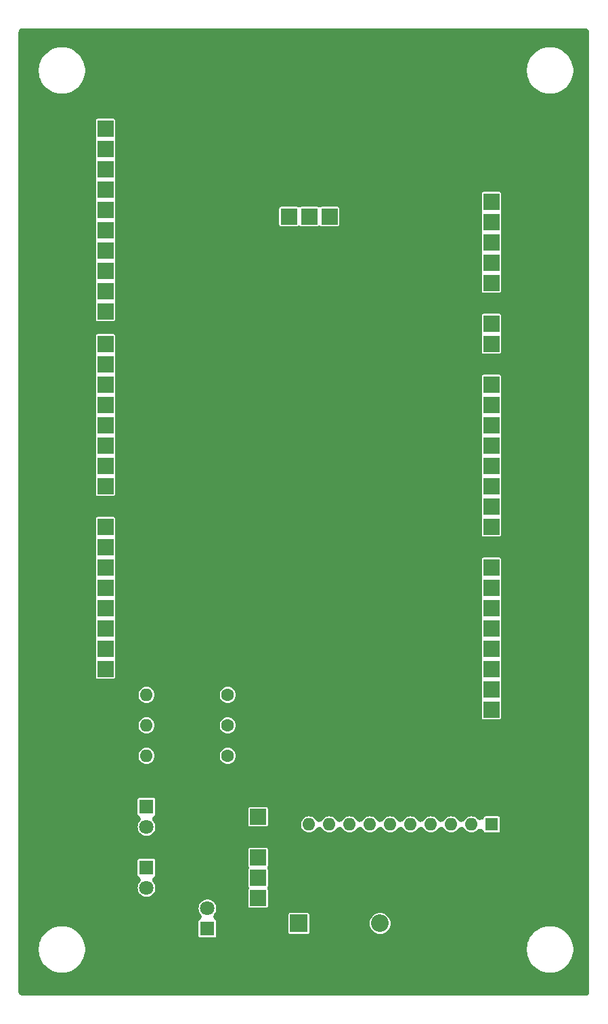
<source format=gbr>
G04 #@! TF.GenerationSoftware,KiCad,Pcbnew,8.0.0*
G04 #@! TF.CreationDate,2024-03-18T20:15:54-07:00*
G04 #@! TF.ProjectId,sumitomo_node_v2,73756d69-746f-46d6-9f5f-6e6f64655f76,rev?*
G04 #@! TF.SameCoordinates,Original*
G04 #@! TF.FileFunction,Copper,L2,Bot*
G04 #@! TF.FilePolarity,Positive*
%FSLAX46Y46*%
G04 Gerber Fmt 4.6, Leading zero omitted, Abs format (unit mm)*
G04 Created by KiCad (PCBNEW 8.0.0) date 2024-03-18 20:15:54*
%MOMM*%
%LPD*%
G01*
G04 APERTURE LIST*
G04 #@! TA.AperFunction,ComponentPad*
%ADD10R,2.200000X2.200000*%
G04 #@! TD*
G04 #@! TA.AperFunction,ComponentPad*
%ADD11O,2.200000X2.200000*%
G04 #@! TD*
G04 #@! TA.AperFunction,ComponentPad*
%ADD12R,2.000000X2.000000*%
G04 #@! TD*
G04 #@! TA.AperFunction,ComponentPad*
%ADD13R,1.600000X1.600000*%
G04 #@! TD*
G04 #@! TA.AperFunction,ComponentPad*
%ADD14O,1.600000X1.600000*%
G04 #@! TD*
G04 #@! TA.AperFunction,ComponentPad*
%ADD15C,1.600000*%
G04 #@! TD*
G04 #@! TA.AperFunction,ComponentPad*
%ADD16R,1.800000X1.800000*%
G04 #@! TD*
G04 #@! TA.AperFunction,ComponentPad*
%ADD17C,1.800000*%
G04 #@! TD*
G04 #@! TA.AperFunction,Conductor*
%ADD18C,1.000000*%
G04 #@! TD*
G04 APERTURE END LIST*
D10*
X90170000Y-159385000D03*
D11*
X100330000Y-159385000D03*
D12*
X114260000Y-69144000D03*
X114260000Y-71684000D03*
X114260000Y-74224000D03*
X114260000Y-76764000D03*
X114260000Y-79304000D03*
X114260000Y-81844000D03*
X114260000Y-84384000D03*
X114260000Y-86924000D03*
X114260000Y-92004000D03*
X114260000Y-94544000D03*
X114260000Y-97084000D03*
X114260000Y-99624000D03*
X114260000Y-102164000D03*
X114260000Y-104704000D03*
X114260000Y-107244000D03*
X114260000Y-109784000D03*
X114260000Y-114864000D03*
X114260000Y-117404000D03*
X114260000Y-119944000D03*
X114260000Y-122484000D03*
X114260000Y-125024000D03*
X114260000Y-127564000D03*
X114260000Y-130104000D03*
X114260000Y-132644000D03*
X66000000Y-60000000D03*
X66000000Y-62540000D03*
X66000000Y-65080000D03*
X66000000Y-67620000D03*
X66000000Y-70160000D03*
X66000000Y-72700000D03*
X66000000Y-75240000D03*
X66000000Y-77780000D03*
X66000000Y-80320000D03*
X66000000Y-82860000D03*
X66000000Y-86924000D03*
X66000000Y-89464000D03*
X66000000Y-92004000D03*
X66000000Y-94544000D03*
X66000000Y-97084000D03*
X66000000Y-99624000D03*
X66000000Y-102164000D03*
X66000000Y-104704000D03*
X66000000Y-109784000D03*
X66000000Y-112324000D03*
X66000000Y-114864000D03*
X66000000Y-117404000D03*
X66000000Y-119944000D03*
X66000000Y-122484000D03*
X66000000Y-125024000D03*
X66000000Y-127564000D03*
X85090000Y-156210000D03*
X85090000Y-153670000D03*
X85090000Y-151130000D03*
X85090000Y-148590000D03*
X85090000Y-146050000D03*
X86380000Y-71000000D03*
X88920000Y-71000000D03*
X91460000Y-71000000D03*
X94000000Y-71000000D03*
D13*
X114300000Y-147000000D03*
D14*
X111760000Y-147000000D03*
X109220000Y-147000000D03*
X106680000Y-147000000D03*
X104140000Y-147000000D03*
X101600000Y-147000000D03*
X99060000Y-147000000D03*
X96520000Y-147000000D03*
X93980000Y-147000000D03*
X91440000Y-147000000D03*
X91440000Y-154620000D03*
X93980000Y-154620000D03*
X96520000Y-154620000D03*
X99060000Y-154620000D03*
X101600000Y-154620000D03*
X104140000Y-154620000D03*
X106680000Y-154620000D03*
X109220000Y-154620000D03*
X111760000Y-154620000D03*
X114300000Y-154620000D03*
X71120000Y-130810000D03*
D15*
X81280000Y-130810000D03*
D14*
X71120000Y-134620000D03*
D15*
X81280000Y-134620000D03*
D14*
X71120000Y-138430000D03*
D15*
X81280000Y-138430000D03*
D16*
X78740000Y-160030000D03*
D17*
X78740000Y-157490000D03*
D16*
X71120000Y-152400000D03*
D17*
X71120000Y-154940000D03*
D16*
X71120000Y-144780000D03*
D17*
X71120000Y-147320000D03*
D18*
X86380000Y-99080000D02*
X86380000Y-71000000D01*
X88900000Y-101600000D02*
X86380000Y-99080000D01*
X108656000Y-81844000D02*
X114260000Y-81844000D01*
X88900000Y-101600000D02*
X108656000Y-81844000D01*
X88900000Y-146780000D02*
X88900000Y-101600000D01*
X87090000Y-148590000D02*
X88900000Y-146780000D01*
X87090000Y-148590000D02*
X91440000Y-152940000D01*
X85090000Y-148590000D02*
X87090000Y-148590000D01*
X91440000Y-152940000D02*
X91440000Y-154620000D01*
G04 #@! TA.AperFunction,Conductor*
G36*
X126141085Y-47510713D02*
G01*
X126270280Y-47569714D01*
X126377619Y-47662724D01*
X126454406Y-47782208D01*
X126494421Y-47918485D01*
X126499500Y-47989500D01*
X126499500Y-167910500D01*
X126479287Y-168051085D01*
X126420286Y-168180280D01*
X126327276Y-168287619D01*
X126207792Y-168364406D01*
X126071515Y-168404421D01*
X126000500Y-168409500D01*
X55609500Y-168409500D01*
X55468915Y-168389287D01*
X55339720Y-168330286D01*
X55232381Y-168237276D01*
X55155594Y-168117792D01*
X55115579Y-167981515D01*
X55110500Y-167910500D01*
X55110500Y-162798894D01*
X57637500Y-162798894D01*
X57673973Y-163122596D01*
X57673978Y-163122627D01*
X57746463Y-163440210D01*
X57746469Y-163440229D01*
X57854063Y-163747719D01*
X57854068Y-163747729D01*
X57995405Y-164041218D01*
X57995414Y-164041235D01*
X57995415Y-164041237D01*
X58168739Y-164317081D01*
X58371857Y-164571783D01*
X58602217Y-164802143D01*
X58856919Y-165005261D01*
X59132763Y-165178585D01*
X59132774Y-165178590D01*
X59132781Y-165178594D01*
X59426270Y-165319931D01*
X59426280Y-165319936D01*
X59500094Y-165345764D01*
X59733773Y-165427532D01*
X59733785Y-165427534D01*
X59733789Y-165427536D01*
X59865805Y-165457667D01*
X60051383Y-165500024D01*
X60375111Y-165536500D01*
X60700889Y-165536500D01*
X61024617Y-165500024D01*
X61296747Y-165437912D01*
X61342210Y-165427536D01*
X61342211Y-165427535D01*
X61342227Y-165427532D01*
X61649722Y-165319935D01*
X61943237Y-165178585D01*
X62219081Y-165005261D01*
X62473783Y-164802143D01*
X62704143Y-164571783D01*
X62907261Y-164317081D01*
X63080585Y-164041237D01*
X63221935Y-163747722D01*
X63329532Y-163440227D01*
X63402024Y-163122617D01*
X63438499Y-162798894D01*
X118679500Y-162798894D01*
X118715973Y-163122596D01*
X118715978Y-163122627D01*
X118788463Y-163440210D01*
X118788469Y-163440229D01*
X118896063Y-163747719D01*
X118896068Y-163747729D01*
X119037405Y-164041218D01*
X119037414Y-164041235D01*
X119037415Y-164041237D01*
X119210739Y-164317081D01*
X119413857Y-164571783D01*
X119644217Y-164802143D01*
X119898919Y-165005261D01*
X120174763Y-165178585D01*
X120174774Y-165178590D01*
X120174781Y-165178594D01*
X120468270Y-165319931D01*
X120468280Y-165319936D01*
X120542094Y-165345764D01*
X120775773Y-165427532D01*
X120775785Y-165427534D01*
X120775789Y-165427536D01*
X120907805Y-165457667D01*
X121093383Y-165500024D01*
X121417111Y-165536500D01*
X121742889Y-165536500D01*
X122066617Y-165500024D01*
X122338747Y-165437912D01*
X122384210Y-165427536D01*
X122384211Y-165427535D01*
X122384227Y-165427532D01*
X122691722Y-165319935D01*
X122985237Y-165178585D01*
X123261081Y-165005261D01*
X123515783Y-164802143D01*
X123746143Y-164571783D01*
X123949261Y-164317081D01*
X124122585Y-164041237D01*
X124263935Y-163747722D01*
X124371532Y-163440227D01*
X124444024Y-163122617D01*
X124480500Y-162798889D01*
X124480500Y-162473111D01*
X124444024Y-162149383D01*
X124371532Y-161831773D01*
X124263935Y-161524278D01*
X124122585Y-161230763D01*
X123949261Y-160954919D01*
X123746143Y-160700217D01*
X123515783Y-160469857D01*
X123515779Y-160469854D01*
X123515776Y-160469851D01*
X123261080Y-160266738D01*
X122985235Y-160093414D01*
X122985218Y-160093405D01*
X122691729Y-159952068D01*
X122691719Y-159952063D01*
X122458043Y-159870297D01*
X122384227Y-159844468D01*
X122384222Y-159844467D01*
X122384210Y-159844463D01*
X122066627Y-159771978D01*
X122066622Y-159771977D01*
X122066617Y-159771976D01*
X122066609Y-159771975D01*
X122066596Y-159771973D01*
X121742894Y-159735500D01*
X121742889Y-159735500D01*
X121417111Y-159735500D01*
X121417105Y-159735500D01*
X121093403Y-159771973D01*
X121093387Y-159771975D01*
X121093383Y-159771976D01*
X121093379Y-159771976D01*
X121093372Y-159771978D01*
X120775789Y-159844463D01*
X120775770Y-159844469D01*
X120468280Y-159952063D01*
X120468270Y-159952068D01*
X120174781Y-160093405D01*
X120174764Y-160093414D01*
X119898919Y-160266738D01*
X119644223Y-160469851D01*
X119644212Y-160469861D01*
X119413861Y-160700212D01*
X119413851Y-160700223D01*
X119210738Y-160954919D01*
X119037414Y-161230764D01*
X119037405Y-161230781D01*
X118896068Y-161524270D01*
X118896063Y-161524280D01*
X118788469Y-161831770D01*
X118788463Y-161831789D01*
X118715978Y-162149372D01*
X118715973Y-162149403D01*
X118679500Y-162473105D01*
X118679500Y-162798894D01*
X63438499Y-162798894D01*
X63438500Y-162798889D01*
X63438500Y-162473111D01*
X63402024Y-162149383D01*
X63329532Y-161831773D01*
X63221935Y-161524278D01*
X63080585Y-161230763D01*
X62907261Y-160954919D01*
X62704143Y-160700217D01*
X62473783Y-160469857D01*
X62473779Y-160469854D01*
X62473776Y-160469851D01*
X62219080Y-160266738D01*
X61943235Y-160093414D01*
X61943218Y-160093405D01*
X61649729Y-159952068D01*
X61649719Y-159952063D01*
X61416043Y-159870297D01*
X61342227Y-159844468D01*
X61342222Y-159844467D01*
X61342210Y-159844463D01*
X61024627Y-159771978D01*
X61024622Y-159771977D01*
X61024617Y-159771976D01*
X61024609Y-159771975D01*
X61024596Y-159771973D01*
X60700894Y-159735500D01*
X60700889Y-159735500D01*
X60375111Y-159735500D01*
X60375105Y-159735500D01*
X60051403Y-159771973D01*
X60051387Y-159771975D01*
X60051383Y-159771976D01*
X60051379Y-159771976D01*
X60051372Y-159771978D01*
X59733789Y-159844463D01*
X59733770Y-159844469D01*
X59426280Y-159952063D01*
X59426270Y-159952068D01*
X59132781Y-160093405D01*
X59132764Y-160093414D01*
X58856919Y-160266738D01*
X58602223Y-160469851D01*
X58602212Y-160469861D01*
X58371861Y-160700212D01*
X58371851Y-160700223D01*
X58168738Y-160954919D01*
X57995414Y-161230764D01*
X57995405Y-161230781D01*
X57854068Y-161524270D01*
X57854063Y-161524280D01*
X57746469Y-161831770D01*
X57746463Y-161831789D01*
X57673978Y-162149372D01*
X57673973Y-162149403D01*
X57637500Y-162473105D01*
X57637500Y-162798894D01*
X55110500Y-162798894D01*
X55110500Y-157490005D01*
X77634785Y-157490005D01*
X77653601Y-157693071D01*
X77653602Y-157693080D01*
X77709419Y-157889253D01*
X77800327Y-158071821D01*
X77905108Y-158210574D01*
X77973699Y-158334944D01*
X78004473Y-158473600D01*
X77994936Y-158615310D01*
X77945861Y-158748592D01*
X77861223Y-158862650D01*
X77784134Y-158926188D01*
X77695447Y-158985448D01*
X77651133Y-159051767D01*
X77651131Y-159051771D01*
X77639500Y-159110245D01*
X77639500Y-160949754D01*
X77651131Y-161008228D01*
X77651133Y-161008232D01*
X77695447Y-161074551D01*
X77695448Y-161074552D01*
X77761767Y-161118866D01*
X77761771Y-161118868D01*
X77820245Y-161130499D01*
X77820248Y-161130499D01*
X77820252Y-161130500D01*
X77820256Y-161130500D01*
X79659744Y-161130500D01*
X79659748Y-161130500D01*
X79659752Y-161130499D01*
X79659754Y-161130499D01*
X79718228Y-161118868D01*
X79718229Y-161118867D01*
X79718231Y-161118867D01*
X79784552Y-161074552D01*
X79828867Y-161008231D01*
X79839472Y-160954919D01*
X79840499Y-160949754D01*
X79840500Y-160949744D01*
X79840500Y-160504754D01*
X88869500Y-160504754D01*
X88881131Y-160563228D01*
X88881133Y-160563232D01*
X88925447Y-160629551D01*
X88925448Y-160629552D01*
X88991767Y-160673866D01*
X88991771Y-160673868D01*
X89050245Y-160685499D01*
X89050248Y-160685499D01*
X89050252Y-160685500D01*
X89050256Y-160685500D01*
X91289744Y-160685500D01*
X91289748Y-160685500D01*
X91289752Y-160685499D01*
X91289754Y-160685499D01*
X91348228Y-160673868D01*
X91348229Y-160673867D01*
X91348231Y-160673867D01*
X91414552Y-160629552D01*
X91458867Y-160563231D01*
X91470500Y-160504748D01*
X91470500Y-159385001D01*
X99024532Y-159385001D01*
X99044365Y-159611693D01*
X99103261Y-159831498D01*
X99159485Y-159952068D01*
X99199432Y-160037734D01*
X99329953Y-160224139D01*
X99490861Y-160385047D01*
X99677266Y-160515568D01*
X99779473Y-160563228D01*
X99883501Y-160611738D01*
X99883503Y-160611738D01*
X99883504Y-160611739D01*
X100103308Y-160670635D01*
X100308264Y-160688566D01*
X100329999Y-160690468D01*
X100330000Y-160690468D01*
X100330001Y-160690468D01*
X100349834Y-160688732D01*
X100556692Y-160670635D01*
X100776496Y-160611739D01*
X100982734Y-160515568D01*
X101169139Y-160385047D01*
X101330047Y-160224139D01*
X101460568Y-160037734D01*
X101556739Y-159831496D01*
X101615635Y-159611692D01*
X101635468Y-159385000D01*
X101615635Y-159158308D01*
X101556739Y-158938504D01*
X101552540Y-158929500D01*
X101506738Y-158831277D01*
X101460568Y-158732266D01*
X101330047Y-158545861D01*
X101169139Y-158384953D01*
X100998177Y-158265245D01*
X100982736Y-158254433D01*
X100776498Y-158158261D01*
X100556693Y-158099365D01*
X100330001Y-158079532D01*
X100329999Y-158079532D01*
X100103306Y-158099365D01*
X99883501Y-158158261D01*
X99677263Y-158254433D01*
X99490863Y-158384951D01*
X99490857Y-158384956D01*
X99329956Y-158545857D01*
X99329951Y-158545863D01*
X99199433Y-158732263D01*
X99103261Y-158938501D01*
X99044365Y-159158306D01*
X99024532Y-159384998D01*
X99024532Y-159385001D01*
X91470500Y-159385001D01*
X91470500Y-158265252D01*
X91459624Y-158210574D01*
X91458868Y-158206771D01*
X91458866Y-158206767D01*
X91414552Y-158140448D01*
X91414551Y-158140447D01*
X91348232Y-158096133D01*
X91348228Y-158096131D01*
X91289754Y-158084500D01*
X91289748Y-158084500D01*
X89050252Y-158084500D01*
X89050245Y-158084500D01*
X88991771Y-158096131D01*
X88991767Y-158096133D01*
X88925448Y-158140447D01*
X88925447Y-158140448D01*
X88881133Y-158206767D01*
X88881131Y-158206771D01*
X88869500Y-158265245D01*
X88869500Y-160504754D01*
X79840500Y-160504754D01*
X79840500Y-159110255D01*
X79840499Y-159110245D01*
X79828868Y-159051771D01*
X79828866Y-159051767D01*
X79784552Y-158985448D01*
X79784551Y-158985447D01*
X79695867Y-158926189D01*
X79590206Y-158831277D01*
X79515565Y-158710441D01*
X79477991Y-158573471D01*
X79480527Y-158431464D01*
X79522969Y-158295923D01*
X79574886Y-158210580D01*
X79679673Y-158071821D01*
X79770582Y-157889250D01*
X79826397Y-157693083D01*
X79845215Y-157490000D01*
X79845215Y-157489994D01*
X79826398Y-157286928D01*
X79826397Y-157286919D01*
X79826397Y-157286917D01*
X79810133Y-157229754D01*
X83889500Y-157229754D01*
X83901131Y-157288228D01*
X83901133Y-157288232D01*
X83945447Y-157354551D01*
X83945448Y-157354552D01*
X84011767Y-157398866D01*
X84011771Y-157398868D01*
X84070245Y-157410499D01*
X84070248Y-157410499D01*
X84070252Y-157410500D01*
X84070256Y-157410500D01*
X86109744Y-157410500D01*
X86109748Y-157410500D01*
X86109752Y-157410499D01*
X86109754Y-157410499D01*
X86168228Y-157398868D01*
X86168229Y-157398867D01*
X86168231Y-157398867D01*
X86234552Y-157354552D01*
X86278867Y-157288231D01*
X86279127Y-157286928D01*
X86290499Y-157229754D01*
X86290500Y-157229744D01*
X86290500Y-155190255D01*
X86290499Y-155190245D01*
X86278868Y-155131774D01*
X86278867Y-155131773D01*
X86278867Y-155131769D01*
X86278864Y-155131764D01*
X86278535Y-155130969D01*
X86243407Y-154993351D01*
X86248474Y-154851411D01*
X86278535Y-154749031D01*
X86278863Y-154748236D01*
X86278867Y-154748231D01*
X86290500Y-154689748D01*
X86290500Y-152650252D01*
X86278867Y-152591769D01*
X86278864Y-152591764D01*
X86278535Y-152590969D01*
X86243407Y-152453351D01*
X86248474Y-152311411D01*
X86278535Y-152209031D01*
X86278863Y-152208236D01*
X86278867Y-152208231D01*
X86290500Y-152149748D01*
X86290500Y-150110252D01*
X86290499Y-150110245D01*
X86278868Y-150051771D01*
X86278866Y-150051767D01*
X86234552Y-149985448D01*
X86234551Y-149985447D01*
X86168232Y-149941133D01*
X86168228Y-149941131D01*
X86109754Y-149929500D01*
X86109748Y-149929500D01*
X84070252Y-149929500D01*
X84070245Y-149929500D01*
X84011771Y-149941131D01*
X84011767Y-149941133D01*
X83945448Y-149985447D01*
X83945447Y-149985448D01*
X83901133Y-150051767D01*
X83901131Y-150051771D01*
X83889500Y-150110245D01*
X83889500Y-152149754D01*
X83901132Y-152208233D01*
X83901467Y-152209040D01*
X83936593Y-152346658D01*
X83931524Y-152488598D01*
X83901467Y-152590960D01*
X83901132Y-152591766D01*
X83889500Y-152650245D01*
X83889500Y-154689754D01*
X83901132Y-154748233D01*
X83901467Y-154749040D01*
X83936593Y-154886658D01*
X83931524Y-155028598D01*
X83901467Y-155130960D01*
X83901132Y-155131766D01*
X83889500Y-155190245D01*
X83889500Y-157229754D01*
X79810133Y-157229754D01*
X79770582Y-157090750D01*
X79679673Y-156908179D01*
X79556764Y-156745421D01*
X79406041Y-156608019D01*
X79406040Y-156608018D01*
X79232637Y-156500652D01*
X79042453Y-156426975D01*
X79042454Y-156426975D01*
X78841978Y-156389500D01*
X78841976Y-156389500D01*
X78638024Y-156389500D01*
X78638021Y-156389500D01*
X78437545Y-156426975D01*
X78247362Y-156500652D01*
X78073959Y-156608018D01*
X77923235Y-156745421D01*
X77800325Y-156908181D01*
X77709419Y-157090746D01*
X77653602Y-157286919D01*
X77653601Y-157286928D01*
X77634785Y-157489994D01*
X77634785Y-157490005D01*
X55110500Y-157490005D01*
X55110500Y-154940005D01*
X70014785Y-154940005D01*
X70033601Y-155143071D01*
X70033602Y-155143080D01*
X70089419Y-155339253D01*
X70180325Y-155521818D01*
X70180326Y-155521819D01*
X70180327Y-155521821D01*
X70303236Y-155684579D01*
X70453959Y-155821981D01*
X70627363Y-155929348D01*
X70817544Y-156003024D01*
X71018024Y-156040500D01*
X71018027Y-156040500D01*
X71221973Y-156040500D01*
X71221976Y-156040500D01*
X71422456Y-156003024D01*
X71612637Y-155929348D01*
X71786041Y-155821981D01*
X71936764Y-155684579D01*
X72059673Y-155521821D01*
X72150582Y-155339250D01*
X72206397Y-155143083D01*
X72213591Y-155065448D01*
X72225215Y-154940005D01*
X72225215Y-154939994D01*
X72206398Y-154736928D01*
X72206397Y-154736919D01*
X72206397Y-154736917D01*
X72150582Y-154540750D01*
X72059673Y-154358179D01*
X71954890Y-154219424D01*
X71886300Y-154095056D01*
X71855526Y-153956399D01*
X71865063Y-153814690D01*
X71914138Y-153681407D01*
X71998775Y-153567349D01*
X72075869Y-153503808D01*
X72098228Y-153488867D01*
X72098231Y-153488867D01*
X72164552Y-153444552D01*
X72208867Y-153378231D01*
X72220500Y-153319748D01*
X72220500Y-151480252D01*
X72220499Y-151480245D01*
X72208868Y-151421771D01*
X72208866Y-151421767D01*
X72164552Y-151355448D01*
X72164551Y-151355447D01*
X72098232Y-151311133D01*
X72098228Y-151311131D01*
X72039754Y-151299500D01*
X72039748Y-151299500D01*
X70200252Y-151299500D01*
X70200245Y-151299500D01*
X70141771Y-151311131D01*
X70141767Y-151311133D01*
X70075448Y-151355447D01*
X70075447Y-151355448D01*
X70031133Y-151421767D01*
X70031131Y-151421771D01*
X70019500Y-151480245D01*
X70019500Y-153319754D01*
X70031131Y-153378228D01*
X70031133Y-153378232D01*
X70075446Y-153444550D01*
X70075447Y-153444550D01*
X70075448Y-153444552D01*
X70141769Y-153488867D01*
X70141770Y-153488867D01*
X70164132Y-153503809D01*
X70269793Y-153598721D01*
X70344434Y-153719557D01*
X70382008Y-153856527D01*
X70379472Y-153998535D01*
X70337030Y-154134075D01*
X70285109Y-154219424D01*
X70180326Y-154358178D01*
X70089419Y-154540746D01*
X70033602Y-154736919D01*
X70033601Y-154736928D01*
X70014785Y-154939994D01*
X70014785Y-154940005D01*
X55110500Y-154940005D01*
X55110500Y-147320005D01*
X70014785Y-147320005D01*
X70033601Y-147523071D01*
X70033602Y-147523080D01*
X70089419Y-147719253D01*
X70180325Y-147901818D01*
X70180326Y-147901819D01*
X70180327Y-147901821D01*
X70303236Y-148064579D01*
X70453959Y-148201981D01*
X70627363Y-148309348D01*
X70817544Y-148383024D01*
X71018024Y-148420500D01*
X71018027Y-148420500D01*
X71221973Y-148420500D01*
X71221976Y-148420500D01*
X71422456Y-148383024D01*
X71612637Y-148309348D01*
X71786041Y-148201981D01*
X71936764Y-148064579D01*
X72059673Y-147901821D01*
X72150582Y-147719250D01*
X72206397Y-147523083D01*
X72212678Y-147455298D01*
X72225215Y-147320005D01*
X72225215Y-147319994D01*
X72206398Y-147116928D01*
X72206397Y-147116919D01*
X72206397Y-147116917D01*
X72192978Y-147069754D01*
X83889500Y-147069754D01*
X83901131Y-147128228D01*
X83901133Y-147128232D01*
X83945447Y-147194551D01*
X83945448Y-147194552D01*
X84011767Y-147238866D01*
X84011771Y-147238868D01*
X84070245Y-147250499D01*
X84070248Y-147250499D01*
X84070252Y-147250500D01*
X84070256Y-147250500D01*
X86109744Y-147250500D01*
X86109748Y-147250500D01*
X86109752Y-147250499D01*
X86109754Y-147250499D01*
X86168228Y-147238868D01*
X86168229Y-147238867D01*
X86168231Y-147238867D01*
X86234552Y-147194552D01*
X86278867Y-147128231D01*
X86281116Y-147116928D01*
X86290499Y-147069754D01*
X86290500Y-147069744D01*
X86290500Y-147000000D01*
X90434659Y-147000000D01*
X90453976Y-147196133D01*
X90511185Y-147384727D01*
X90511187Y-147384731D01*
X90604088Y-147558535D01*
X90729116Y-147710883D01*
X90773887Y-147747625D01*
X90881462Y-147835910D01*
X90881464Y-147835911D01*
X91055268Y-147928812D01*
X91055272Y-147928814D01*
X91107154Y-147944552D01*
X91243868Y-147986024D01*
X91418571Y-148003230D01*
X91439999Y-148005341D01*
X91440000Y-148005341D01*
X91440001Y-148005341D01*
X91459318Y-148003438D01*
X91636132Y-147986024D01*
X91824727Y-147928814D01*
X91998538Y-147835910D01*
X92150883Y-147710883D01*
X92275910Y-147558538D01*
X92275914Y-147558530D01*
X92289535Y-147538148D01*
X92291950Y-147539761D01*
X92354006Y-147455298D01*
X92466940Y-147369167D01*
X92599565Y-147318343D01*
X92741137Y-147306941D01*
X92880187Y-147335887D01*
X93005448Y-147402836D01*
X93106775Y-147502362D01*
X93129981Y-147538471D01*
X93130465Y-147538148D01*
X93144088Y-147558535D01*
X93269116Y-147710883D01*
X93313887Y-147747625D01*
X93421462Y-147835910D01*
X93421464Y-147835911D01*
X93595268Y-147928812D01*
X93595272Y-147928814D01*
X93647154Y-147944552D01*
X93783868Y-147986024D01*
X93958571Y-148003230D01*
X93979999Y-148005341D01*
X93980000Y-148005341D01*
X93980001Y-148005341D01*
X93999318Y-148003438D01*
X94176132Y-147986024D01*
X94364727Y-147928814D01*
X94538538Y-147835910D01*
X94690883Y-147710883D01*
X94815910Y-147558538D01*
X94815914Y-147558530D01*
X94829535Y-147538148D01*
X94831950Y-147539761D01*
X94894006Y-147455298D01*
X95006940Y-147369167D01*
X95139565Y-147318343D01*
X95281137Y-147306941D01*
X95420187Y-147335887D01*
X95545448Y-147402836D01*
X95646775Y-147502362D01*
X95669981Y-147538471D01*
X95670465Y-147538148D01*
X95684088Y-147558535D01*
X95809116Y-147710883D01*
X95853887Y-147747625D01*
X95961462Y-147835910D01*
X95961464Y-147835911D01*
X96135268Y-147928812D01*
X96135272Y-147928814D01*
X96187154Y-147944552D01*
X96323868Y-147986024D01*
X96498571Y-148003230D01*
X96519999Y-148005341D01*
X96520000Y-148005341D01*
X96520001Y-148005341D01*
X96539318Y-148003438D01*
X96716132Y-147986024D01*
X96904727Y-147928814D01*
X97078538Y-147835910D01*
X97230883Y-147710883D01*
X97355910Y-147558538D01*
X97355914Y-147558530D01*
X97369535Y-147538148D01*
X97371950Y-147539761D01*
X97434006Y-147455298D01*
X97546940Y-147369167D01*
X97679565Y-147318343D01*
X97821137Y-147306941D01*
X97960187Y-147335887D01*
X98085448Y-147402836D01*
X98186775Y-147502362D01*
X98209981Y-147538471D01*
X98210465Y-147538148D01*
X98224088Y-147558535D01*
X98349116Y-147710883D01*
X98393887Y-147747625D01*
X98501462Y-147835910D01*
X98501464Y-147835911D01*
X98675268Y-147928812D01*
X98675272Y-147928814D01*
X98727154Y-147944552D01*
X98863868Y-147986024D01*
X99038571Y-148003230D01*
X99059999Y-148005341D01*
X99060000Y-148005341D01*
X99060001Y-148005341D01*
X99079318Y-148003438D01*
X99256132Y-147986024D01*
X99444727Y-147928814D01*
X99618538Y-147835910D01*
X99770883Y-147710883D01*
X99895910Y-147558538D01*
X99895914Y-147558530D01*
X99909535Y-147538148D01*
X99911950Y-147539761D01*
X99974006Y-147455298D01*
X100086940Y-147369167D01*
X100219565Y-147318343D01*
X100361137Y-147306941D01*
X100500187Y-147335887D01*
X100625448Y-147402836D01*
X100726775Y-147502362D01*
X100749981Y-147538471D01*
X100750465Y-147538148D01*
X100764088Y-147558535D01*
X100889116Y-147710883D01*
X100933887Y-147747625D01*
X101041462Y-147835910D01*
X101041464Y-147835911D01*
X101215268Y-147928812D01*
X101215272Y-147928814D01*
X101267154Y-147944552D01*
X101403868Y-147986024D01*
X101578571Y-148003230D01*
X101599999Y-148005341D01*
X101600000Y-148005341D01*
X101600001Y-148005341D01*
X101619318Y-148003438D01*
X101796132Y-147986024D01*
X101984727Y-147928814D01*
X102158538Y-147835910D01*
X102310883Y-147710883D01*
X102435910Y-147558538D01*
X102435914Y-147558530D01*
X102449535Y-147538148D01*
X102451950Y-147539761D01*
X102514006Y-147455298D01*
X102626940Y-147369167D01*
X102759565Y-147318343D01*
X102901137Y-147306941D01*
X103040187Y-147335887D01*
X103165448Y-147402836D01*
X103266775Y-147502362D01*
X103289981Y-147538471D01*
X103290465Y-147538148D01*
X103304088Y-147558535D01*
X103429116Y-147710883D01*
X103473887Y-147747625D01*
X103581462Y-147835910D01*
X103581464Y-147835911D01*
X103755268Y-147928812D01*
X103755272Y-147928814D01*
X103807154Y-147944552D01*
X103943868Y-147986024D01*
X104118571Y-148003230D01*
X104139999Y-148005341D01*
X104140000Y-148005341D01*
X104140001Y-148005341D01*
X104159318Y-148003438D01*
X104336132Y-147986024D01*
X104524727Y-147928814D01*
X104698538Y-147835910D01*
X104850883Y-147710883D01*
X104975910Y-147558538D01*
X104975914Y-147558530D01*
X104989535Y-147538148D01*
X104991950Y-147539761D01*
X105054006Y-147455298D01*
X105166940Y-147369167D01*
X105299565Y-147318343D01*
X105441137Y-147306941D01*
X105580187Y-147335887D01*
X105705448Y-147402836D01*
X105806775Y-147502362D01*
X105829981Y-147538471D01*
X105830465Y-147538148D01*
X105844088Y-147558535D01*
X105969116Y-147710883D01*
X106013887Y-147747625D01*
X106121462Y-147835910D01*
X106121464Y-147835911D01*
X106295268Y-147928812D01*
X106295272Y-147928814D01*
X106347154Y-147944552D01*
X106483868Y-147986024D01*
X106658571Y-148003230D01*
X106679999Y-148005341D01*
X106680000Y-148005341D01*
X106680001Y-148005341D01*
X106699318Y-148003438D01*
X106876132Y-147986024D01*
X107064727Y-147928814D01*
X107238538Y-147835910D01*
X107390883Y-147710883D01*
X107515910Y-147558538D01*
X107515914Y-147558530D01*
X107529535Y-147538148D01*
X107531950Y-147539761D01*
X107594006Y-147455298D01*
X107706940Y-147369167D01*
X107839565Y-147318343D01*
X107981137Y-147306941D01*
X108120187Y-147335887D01*
X108245448Y-147402836D01*
X108346775Y-147502362D01*
X108369981Y-147538471D01*
X108370465Y-147538148D01*
X108384088Y-147558535D01*
X108509116Y-147710883D01*
X108553887Y-147747625D01*
X108661462Y-147835910D01*
X108661464Y-147835911D01*
X108835268Y-147928812D01*
X108835272Y-147928814D01*
X108887154Y-147944552D01*
X109023868Y-147986024D01*
X109198571Y-148003230D01*
X109219999Y-148005341D01*
X109220000Y-148005341D01*
X109220001Y-148005341D01*
X109239318Y-148003438D01*
X109416132Y-147986024D01*
X109604727Y-147928814D01*
X109778538Y-147835910D01*
X109930883Y-147710883D01*
X110055910Y-147558538D01*
X110055914Y-147558530D01*
X110069535Y-147538148D01*
X110071950Y-147539761D01*
X110134006Y-147455298D01*
X110246940Y-147369167D01*
X110379565Y-147318343D01*
X110521137Y-147306941D01*
X110660187Y-147335887D01*
X110785448Y-147402836D01*
X110886775Y-147502362D01*
X110909981Y-147538471D01*
X110910465Y-147538148D01*
X110924088Y-147558535D01*
X111049116Y-147710883D01*
X111093887Y-147747625D01*
X111201462Y-147835910D01*
X111201464Y-147835911D01*
X111375268Y-147928812D01*
X111375272Y-147928814D01*
X111427154Y-147944552D01*
X111563868Y-147986024D01*
X111738571Y-148003230D01*
X111759999Y-148005341D01*
X111760000Y-148005341D01*
X111760001Y-148005341D01*
X111779318Y-148003438D01*
X111956132Y-147986024D01*
X112144727Y-147928814D01*
X112318538Y-147835910D01*
X112470883Y-147710883D01*
X112470887Y-147710877D01*
X112487937Y-147693829D01*
X112601636Y-147608712D01*
X112734711Y-147559075D01*
X112876379Y-147548941D01*
X113015164Y-147579130D01*
X113139822Y-147647196D01*
X113240254Y-147747625D01*
X113301802Y-147855706D01*
X113311132Y-147878230D01*
X113355447Y-147944551D01*
X113355448Y-147944552D01*
X113421767Y-147988866D01*
X113421771Y-147988868D01*
X113480245Y-148000499D01*
X113480248Y-148000499D01*
X113480252Y-148000500D01*
X113480256Y-148000500D01*
X115119744Y-148000500D01*
X115119748Y-148000500D01*
X115119752Y-148000499D01*
X115119754Y-148000499D01*
X115178228Y-147988868D01*
X115178229Y-147988867D01*
X115178231Y-147988867D01*
X115244552Y-147944552D01*
X115288867Y-147878231D01*
X115300500Y-147819748D01*
X115300500Y-146180252D01*
X115300499Y-146180245D01*
X115288868Y-146121771D01*
X115288866Y-146121767D01*
X115244552Y-146055448D01*
X115244551Y-146055447D01*
X115178232Y-146011133D01*
X115178228Y-146011131D01*
X115119754Y-145999500D01*
X115119748Y-145999500D01*
X113480252Y-145999500D01*
X113480245Y-145999500D01*
X113421771Y-146011131D01*
X113421767Y-146011133D01*
X113355448Y-146055447D01*
X113355447Y-146055448D01*
X113311132Y-146121769D01*
X113301801Y-146144296D01*
X113229325Y-146266442D01*
X113125372Y-146363223D01*
X112998364Y-146426796D01*
X112858590Y-146452011D01*
X112717374Y-146436827D01*
X112586156Y-146382472D01*
X112487942Y-146306175D01*
X112470884Y-146289117D01*
X112338231Y-146180252D01*
X112318538Y-146164090D01*
X112318536Y-146164089D01*
X112318535Y-146164088D01*
X112144731Y-146071187D01*
X112144727Y-146071185D01*
X111956133Y-146013976D01*
X111760001Y-145994659D01*
X111759999Y-145994659D01*
X111563866Y-146013976D01*
X111375272Y-146071185D01*
X111375268Y-146071187D01*
X111201464Y-146164088D01*
X111049116Y-146289116D01*
X110924088Y-146441464D01*
X110910465Y-146461852D01*
X110908050Y-146460238D01*
X110845980Y-146544715D01*
X110733042Y-146630841D01*
X110600415Y-146681661D01*
X110458843Y-146693056D01*
X110319795Y-146664105D01*
X110194536Y-146597152D01*
X110093213Y-146497621D01*
X110070018Y-146461529D01*
X110069535Y-146461852D01*
X110055911Y-146441464D01*
X110055910Y-146441462D01*
X109969687Y-146336399D01*
X109930883Y-146289116D01*
X109798231Y-146180252D01*
X109778538Y-146164090D01*
X109778536Y-146164089D01*
X109778535Y-146164088D01*
X109604731Y-146071187D01*
X109604727Y-146071185D01*
X109416133Y-146013976D01*
X109220001Y-145994659D01*
X109219999Y-145994659D01*
X109023866Y-146013976D01*
X108835272Y-146071185D01*
X108835268Y-146071187D01*
X108661464Y-146164088D01*
X108509116Y-146289116D01*
X108384088Y-146441464D01*
X108370465Y-146461852D01*
X108368050Y-146460238D01*
X108305980Y-146544715D01*
X108193042Y-146630841D01*
X108060415Y-146681661D01*
X107918843Y-146693056D01*
X107779795Y-146664105D01*
X107654536Y-146597152D01*
X107553213Y-146497621D01*
X107530018Y-146461529D01*
X107529535Y-146461852D01*
X107515911Y-146441464D01*
X107515910Y-146441462D01*
X107429687Y-146336399D01*
X107390883Y-146289116D01*
X107258231Y-146180252D01*
X107238538Y-146164090D01*
X107238536Y-146164089D01*
X107238535Y-146164088D01*
X107064731Y-146071187D01*
X107064727Y-146071185D01*
X106876133Y-146013976D01*
X106680001Y-145994659D01*
X106679999Y-145994659D01*
X106483866Y-146013976D01*
X106295272Y-146071185D01*
X106295268Y-146071187D01*
X106121464Y-146164088D01*
X105969116Y-146289116D01*
X105844088Y-146441464D01*
X105830465Y-146461852D01*
X105828050Y-146460238D01*
X105765980Y-146544715D01*
X105653042Y-146630841D01*
X105520415Y-146681661D01*
X105378843Y-146693056D01*
X105239795Y-146664105D01*
X105114536Y-146597152D01*
X105013213Y-146497621D01*
X104990018Y-146461529D01*
X104989535Y-146461852D01*
X104975911Y-146441464D01*
X104975910Y-146441462D01*
X104889687Y-146336399D01*
X104850883Y-146289116D01*
X104718231Y-146180252D01*
X104698538Y-146164090D01*
X104698536Y-146164089D01*
X104698535Y-146164088D01*
X104524731Y-146071187D01*
X104524727Y-146071185D01*
X104336133Y-146013976D01*
X104140001Y-145994659D01*
X104139999Y-145994659D01*
X103943866Y-146013976D01*
X103755272Y-146071185D01*
X103755268Y-146071187D01*
X103581464Y-146164088D01*
X103429116Y-146289116D01*
X103304088Y-146441464D01*
X103290465Y-146461852D01*
X103288050Y-146460238D01*
X103225980Y-146544715D01*
X103113042Y-146630841D01*
X102980415Y-146681661D01*
X102838843Y-146693056D01*
X102699795Y-146664105D01*
X102574536Y-146597152D01*
X102473213Y-146497621D01*
X102450018Y-146461529D01*
X102449535Y-146461852D01*
X102435911Y-146441464D01*
X102435910Y-146441462D01*
X102349687Y-146336399D01*
X102310883Y-146289116D01*
X102178231Y-146180252D01*
X102158538Y-146164090D01*
X102158536Y-146164089D01*
X102158535Y-146164088D01*
X101984731Y-146071187D01*
X101984727Y-146071185D01*
X101796133Y-146013976D01*
X101600001Y-145994659D01*
X101599999Y-145994659D01*
X101403866Y-146013976D01*
X101215272Y-146071185D01*
X101215268Y-146071187D01*
X101041464Y-146164088D01*
X100889116Y-146289116D01*
X100764088Y-146441464D01*
X100750465Y-146461852D01*
X100748050Y-146460238D01*
X100685980Y-146544715D01*
X100573042Y-146630841D01*
X100440415Y-146681661D01*
X100298843Y-146693056D01*
X100159795Y-146664105D01*
X100034536Y-146597152D01*
X99933213Y-146497621D01*
X99910018Y-146461529D01*
X99909535Y-146461852D01*
X99895911Y-146441464D01*
X99895910Y-146441462D01*
X99809687Y-146336399D01*
X99770883Y-146289116D01*
X99638231Y-146180252D01*
X99618538Y-146164090D01*
X99618536Y-146164089D01*
X99618535Y-146164088D01*
X99444731Y-146071187D01*
X99444727Y-146071185D01*
X99256133Y-146013976D01*
X99060001Y-145994659D01*
X99059999Y-145994659D01*
X98863866Y-146013976D01*
X98675272Y-146071185D01*
X98675268Y-146071187D01*
X98501464Y-146164088D01*
X98349116Y-146289116D01*
X98224088Y-146441464D01*
X98210465Y-146461852D01*
X98208050Y-146460238D01*
X98145980Y-146544715D01*
X98033042Y-146630841D01*
X97900415Y-146681661D01*
X97758843Y-146693056D01*
X97619795Y-146664105D01*
X97494536Y-146597152D01*
X97393213Y-146497621D01*
X97370018Y-146461529D01*
X97369535Y-146461852D01*
X97355911Y-146441464D01*
X97355910Y-146441462D01*
X97269687Y-146336399D01*
X97230883Y-146289116D01*
X97098231Y-146180252D01*
X97078538Y-146164090D01*
X97078536Y-146164089D01*
X97078535Y-146164088D01*
X96904731Y-146071187D01*
X96904727Y-146071185D01*
X96716133Y-146013976D01*
X96520001Y-145994659D01*
X96519999Y-145994659D01*
X96323866Y-146013976D01*
X96135272Y-146071185D01*
X96135268Y-146071187D01*
X95961464Y-146164088D01*
X95809116Y-146289116D01*
X95684088Y-146441464D01*
X95670465Y-146461852D01*
X95668050Y-146460238D01*
X95605980Y-146544715D01*
X95493042Y-146630841D01*
X95360415Y-146681661D01*
X95218843Y-146693056D01*
X95079795Y-146664105D01*
X94954536Y-146597152D01*
X94853213Y-146497621D01*
X94830018Y-146461529D01*
X94829535Y-146461852D01*
X94815911Y-146441464D01*
X94815910Y-146441462D01*
X94729687Y-146336399D01*
X94690883Y-146289116D01*
X94558231Y-146180252D01*
X94538538Y-146164090D01*
X94538536Y-146164089D01*
X94538535Y-146164088D01*
X94364731Y-146071187D01*
X94364727Y-146071185D01*
X94176133Y-146013976D01*
X93980001Y-145994659D01*
X93979999Y-145994659D01*
X93783866Y-146013976D01*
X93595272Y-146071185D01*
X93595268Y-146071187D01*
X93421464Y-146164088D01*
X93269116Y-146289116D01*
X93144088Y-146441464D01*
X93130465Y-146461852D01*
X93128050Y-146460238D01*
X93065980Y-146544715D01*
X92953042Y-146630841D01*
X92820415Y-146681661D01*
X92678843Y-146693056D01*
X92539795Y-146664105D01*
X92414536Y-146597152D01*
X92313213Y-146497621D01*
X92290018Y-146461529D01*
X92289535Y-146461852D01*
X92275911Y-146441464D01*
X92275910Y-146441462D01*
X92189687Y-146336399D01*
X92150883Y-146289116D01*
X92018231Y-146180252D01*
X91998538Y-146164090D01*
X91998536Y-146164089D01*
X91998535Y-146164088D01*
X91824731Y-146071187D01*
X91824727Y-146071185D01*
X91636133Y-146013976D01*
X91440001Y-145994659D01*
X91439999Y-145994659D01*
X91243866Y-146013976D01*
X91055272Y-146071185D01*
X91055268Y-146071187D01*
X90881464Y-146164088D01*
X90729116Y-146289116D01*
X90604088Y-146441464D01*
X90511187Y-146615268D01*
X90511185Y-146615272D01*
X90453976Y-146803866D01*
X90434659Y-146999999D01*
X90434659Y-147000000D01*
X86290500Y-147000000D01*
X86290500Y-145030255D01*
X86290499Y-145030245D01*
X86278868Y-144971771D01*
X86278866Y-144971767D01*
X86234552Y-144905448D01*
X86234551Y-144905447D01*
X86168232Y-144861133D01*
X86168228Y-144861131D01*
X86109754Y-144849500D01*
X86109748Y-144849500D01*
X84070252Y-144849500D01*
X84070245Y-144849500D01*
X84011771Y-144861131D01*
X84011767Y-144861133D01*
X83945448Y-144905447D01*
X83945447Y-144905448D01*
X83901133Y-144971767D01*
X83901131Y-144971771D01*
X83889500Y-145030245D01*
X83889500Y-147069754D01*
X72192978Y-147069754D01*
X72150582Y-146920750D01*
X72059673Y-146738179D01*
X71954890Y-146599424D01*
X71886300Y-146475056D01*
X71855526Y-146336399D01*
X71865063Y-146194690D01*
X71914138Y-146061407D01*
X71998775Y-145947349D01*
X72075869Y-145883808D01*
X72098228Y-145868867D01*
X72098231Y-145868867D01*
X72164552Y-145824552D01*
X72208867Y-145758231D01*
X72220500Y-145699748D01*
X72220500Y-143860252D01*
X72220499Y-143860245D01*
X72208868Y-143801771D01*
X72208866Y-143801767D01*
X72164552Y-143735448D01*
X72164551Y-143735447D01*
X72098232Y-143691133D01*
X72098228Y-143691131D01*
X72039754Y-143679500D01*
X72039748Y-143679500D01*
X70200252Y-143679500D01*
X70200245Y-143679500D01*
X70141771Y-143691131D01*
X70141767Y-143691133D01*
X70075448Y-143735447D01*
X70075447Y-143735448D01*
X70031133Y-143801767D01*
X70031131Y-143801771D01*
X70019500Y-143860245D01*
X70019500Y-145699754D01*
X70031131Y-145758228D01*
X70031133Y-145758232D01*
X70075446Y-145824550D01*
X70075447Y-145824550D01*
X70075448Y-145824552D01*
X70141769Y-145868867D01*
X70141770Y-145868867D01*
X70164132Y-145883809D01*
X70269793Y-145978721D01*
X70344434Y-146099557D01*
X70382008Y-146236527D01*
X70379472Y-146378535D01*
X70337030Y-146514075D01*
X70285109Y-146599424D01*
X70180326Y-146738178D01*
X70089419Y-146920746D01*
X70033602Y-147116919D01*
X70033601Y-147116928D01*
X70014785Y-147319994D01*
X70014785Y-147320005D01*
X55110500Y-147320005D01*
X55110500Y-138430000D01*
X70114659Y-138430000D01*
X70133976Y-138626133D01*
X70191185Y-138814727D01*
X70191187Y-138814731D01*
X70284088Y-138988535D01*
X70409116Y-139140883D01*
X70494632Y-139211064D01*
X70561462Y-139265910D01*
X70561464Y-139265911D01*
X70735268Y-139358812D01*
X70735272Y-139358814D01*
X70817392Y-139383724D01*
X70923868Y-139416024D01*
X71098571Y-139433230D01*
X71119999Y-139435341D01*
X71120000Y-139435341D01*
X71120001Y-139435341D01*
X71139318Y-139433438D01*
X71316132Y-139416024D01*
X71504727Y-139358814D01*
X71678538Y-139265910D01*
X71830883Y-139140883D01*
X71955910Y-138988538D01*
X72048814Y-138814727D01*
X72106024Y-138626132D01*
X72125341Y-138430000D01*
X80274659Y-138430000D01*
X80293976Y-138626133D01*
X80351185Y-138814727D01*
X80351187Y-138814731D01*
X80444088Y-138988535D01*
X80569116Y-139140883D01*
X80654632Y-139211064D01*
X80721462Y-139265910D01*
X80721464Y-139265911D01*
X80895268Y-139358812D01*
X80895272Y-139358814D01*
X80977392Y-139383724D01*
X81083868Y-139416024D01*
X81258571Y-139433230D01*
X81279999Y-139435341D01*
X81280000Y-139435341D01*
X81280001Y-139435341D01*
X81299318Y-139433438D01*
X81476132Y-139416024D01*
X81664727Y-139358814D01*
X81838538Y-139265910D01*
X81990883Y-139140883D01*
X82115910Y-138988538D01*
X82208814Y-138814727D01*
X82266024Y-138626132D01*
X82285341Y-138430000D01*
X82266024Y-138233868D01*
X82208814Y-138045273D01*
X82208814Y-138045272D01*
X82208812Y-138045268D01*
X82115911Y-137871464D01*
X82115910Y-137871462D01*
X82061064Y-137804632D01*
X81990883Y-137719116D01*
X81886681Y-137633600D01*
X81838538Y-137594090D01*
X81838536Y-137594089D01*
X81838535Y-137594088D01*
X81664731Y-137501187D01*
X81664727Y-137501185D01*
X81476133Y-137443976D01*
X81280001Y-137424659D01*
X81279999Y-137424659D01*
X81083866Y-137443976D01*
X80895272Y-137501185D01*
X80895268Y-137501187D01*
X80721464Y-137594088D01*
X80569116Y-137719116D01*
X80444088Y-137871464D01*
X80351187Y-138045268D01*
X80351185Y-138045272D01*
X80293976Y-138233866D01*
X80274659Y-138429999D01*
X80274659Y-138430000D01*
X72125341Y-138430000D01*
X72106024Y-138233868D01*
X72048814Y-138045273D01*
X72048814Y-138045272D01*
X72048812Y-138045268D01*
X71955911Y-137871464D01*
X71955910Y-137871462D01*
X71901064Y-137804632D01*
X71830883Y-137719116D01*
X71726681Y-137633600D01*
X71678538Y-137594090D01*
X71678536Y-137594089D01*
X71678535Y-137594088D01*
X71504731Y-137501187D01*
X71504727Y-137501185D01*
X71316133Y-137443976D01*
X71120001Y-137424659D01*
X71119999Y-137424659D01*
X70923866Y-137443976D01*
X70735272Y-137501185D01*
X70735268Y-137501187D01*
X70561464Y-137594088D01*
X70409116Y-137719116D01*
X70284088Y-137871464D01*
X70191187Y-138045268D01*
X70191185Y-138045272D01*
X70133976Y-138233866D01*
X70114659Y-138429999D01*
X70114659Y-138430000D01*
X55110500Y-138430000D01*
X55110500Y-134620000D01*
X70114659Y-134620000D01*
X70133976Y-134816133D01*
X70191185Y-135004727D01*
X70191187Y-135004731D01*
X70284088Y-135178535D01*
X70409116Y-135330883D01*
X70494632Y-135401064D01*
X70561462Y-135455910D01*
X70561464Y-135455911D01*
X70735268Y-135548812D01*
X70735272Y-135548814D01*
X70817392Y-135573724D01*
X70923868Y-135606024D01*
X71098571Y-135623230D01*
X71119999Y-135625341D01*
X71120000Y-135625341D01*
X71120001Y-135625341D01*
X71139318Y-135623438D01*
X71316132Y-135606024D01*
X71504727Y-135548814D01*
X71678538Y-135455910D01*
X71830883Y-135330883D01*
X71955910Y-135178538D01*
X72048814Y-135004727D01*
X72106024Y-134816132D01*
X72125341Y-134620000D01*
X80274659Y-134620000D01*
X80293976Y-134816133D01*
X80351185Y-135004727D01*
X80351187Y-135004731D01*
X80444088Y-135178535D01*
X80569116Y-135330883D01*
X80654632Y-135401064D01*
X80721462Y-135455910D01*
X80721464Y-135455911D01*
X80895268Y-135548812D01*
X80895272Y-135548814D01*
X80977392Y-135573724D01*
X81083868Y-135606024D01*
X81258571Y-135623230D01*
X81279999Y-135625341D01*
X81280000Y-135625341D01*
X81280001Y-135625341D01*
X81299318Y-135623438D01*
X81476132Y-135606024D01*
X81664727Y-135548814D01*
X81838538Y-135455910D01*
X81990883Y-135330883D01*
X82115910Y-135178538D01*
X82208814Y-135004727D01*
X82266024Y-134816132D01*
X82285341Y-134620000D01*
X82266024Y-134423868D01*
X82208814Y-134235273D01*
X82208814Y-134235272D01*
X82208812Y-134235268D01*
X82115911Y-134061464D01*
X82115910Y-134061462D01*
X82061064Y-133994632D01*
X81990883Y-133909116D01*
X81886681Y-133823600D01*
X81838538Y-133784090D01*
X81838536Y-133784089D01*
X81838535Y-133784088D01*
X81664731Y-133691187D01*
X81664727Y-133691185D01*
X81574299Y-133663754D01*
X113059500Y-133663754D01*
X113071131Y-133722228D01*
X113071133Y-133722232D01*
X113115447Y-133788551D01*
X113115448Y-133788552D01*
X113181767Y-133832866D01*
X113181771Y-133832868D01*
X113240245Y-133844499D01*
X113240248Y-133844499D01*
X113240252Y-133844500D01*
X113240256Y-133844500D01*
X115279744Y-133844500D01*
X115279748Y-133844500D01*
X115279752Y-133844499D01*
X115279754Y-133844499D01*
X115338228Y-133832868D01*
X115338229Y-133832867D01*
X115338231Y-133832867D01*
X115404552Y-133788552D01*
X115448867Y-133722231D01*
X115455043Y-133691186D01*
X115460499Y-133663754D01*
X115460500Y-133663744D01*
X115460500Y-131624255D01*
X115460499Y-131624245D01*
X115448868Y-131565774D01*
X115448867Y-131565773D01*
X115448867Y-131565769D01*
X115448864Y-131565764D01*
X115448535Y-131564969D01*
X115413407Y-131427351D01*
X115418474Y-131285411D01*
X115448535Y-131183031D01*
X115448863Y-131182236D01*
X115448867Y-131182231D01*
X115460500Y-131123748D01*
X115460500Y-129084252D01*
X115448867Y-129025769D01*
X115448864Y-129025764D01*
X115448535Y-129024969D01*
X115413407Y-128887351D01*
X115418474Y-128745411D01*
X115448535Y-128643031D01*
X115448863Y-128642236D01*
X115448867Y-128642231D01*
X115460500Y-128583748D01*
X115460500Y-126544252D01*
X115448867Y-126485769D01*
X115448864Y-126485764D01*
X115448535Y-126484969D01*
X115413407Y-126347351D01*
X115418474Y-126205411D01*
X115448535Y-126103031D01*
X115448863Y-126102236D01*
X115448867Y-126102231D01*
X115460500Y-126043748D01*
X115460500Y-124004252D01*
X115448867Y-123945769D01*
X115448864Y-123945764D01*
X115448535Y-123944969D01*
X115413407Y-123807351D01*
X115418474Y-123665411D01*
X115448535Y-123563031D01*
X115448863Y-123562236D01*
X115448867Y-123562231D01*
X115460500Y-123503748D01*
X115460500Y-121464252D01*
X115448867Y-121405769D01*
X115448864Y-121405764D01*
X115448535Y-121404969D01*
X115413407Y-121267351D01*
X115418474Y-121125411D01*
X115448535Y-121023031D01*
X115448863Y-121022236D01*
X115448867Y-121022231D01*
X115460500Y-120963748D01*
X115460500Y-118924252D01*
X115448867Y-118865769D01*
X115448864Y-118865764D01*
X115448535Y-118864969D01*
X115413407Y-118727351D01*
X115418474Y-118585411D01*
X115448535Y-118483031D01*
X115448863Y-118482236D01*
X115448867Y-118482231D01*
X115460500Y-118423748D01*
X115460500Y-116384252D01*
X115448867Y-116325769D01*
X115448864Y-116325764D01*
X115448535Y-116324969D01*
X115413407Y-116187351D01*
X115418474Y-116045411D01*
X115448535Y-115943031D01*
X115448863Y-115942236D01*
X115448867Y-115942231D01*
X115460500Y-115883748D01*
X115460500Y-113844252D01*
X115460499Y-113844245D01*
X115448868Y-113785771D01*
X115448866Y-113785767D01*
X115404552Y-113719448D01*
X115404551Y-113719447D01*
X115338232Y-113675133D01*
X115338228Y-113675131D01*
X115279754Y-113663500D01*
X115279748Y-113663500D01*
X113240252Y-113663500D01*
X113240245Y-113663500D01*
X113181771Y-113675131D01*
X113181767Y-113675133D01*
X113115448Y-113719447D01*
X113115447Y-113719448D01*
X113071133Y-113785767D01*
X113071131Y-113785771D01*
X113059500Y-113844245D01*
X113059500Y-115883754D01*
X113071132Y-115942233D01*
X113071467Y-115943040D01*
X113106593Y-116080658D01*
X113101524Y-116222598D01*
X113071467Y-116324960D01*
X113071132Y-116325766D01*
X113059500Y-116384245D01*
X113059500Y-118423754D01*
X113071132Y-118482233D01*
X113071467Y-118483040D01*
X113106593Y-118620658D01*
X113101524Y-118762598D01*
X113071467Y-118864960D01*
X113071132Y-118865766D01*
X113059500Y-118924245D01*
X113059500Y-120963754D01*
X113071132Y-121022233D01*
X113071467Y-121023040D01*
X113106593Y-121160658D01*
X113101524Y-121302598D01*
X113071467Y-121404960D01*
X113071132Y-121405766D01*
X113059500Y-121464245D01*
X113059500Y-123503754D01*
X113071132Y-123562233D01*
X113071467Y-123563040D01*
X113106593Y-123700658D01*
X113101524Y-123842598D01*
X113071467Y-123944960D01*
X113071132Y-123945766D01*
X113059500Y-124004245D01*
X113059500Y-126043754D01*
X113071132Y-126102233D01*
X113071467Y-126103040D01*
X113106593Y-126240658D01*
X113101524Y-126382598D01*
X113071467Y-126484960D01*
X113071132Y-126485766D01*
X113059500Y-126544245D01*
X113059500Y-128583754D01*
X113071132Y-128642233D01*
X113071467Y-128643040D01*
X113106593Y-128780658D01*
X113101524Y-128922598D01*
X113071467Y-129024960D01*
X113071132Y-129025766D01*
X113059500Y-129084245D01*
X113059500Y-131123754D01*
X113071132Y-131182233D01*
X113071467Y-131183040D01*
X113106593Y-131320658D01*
X113101524Y-131462598D01*
X113071467Y-131564960D01*
X113071132Y-131565766D01*
X113059500Y-131624245D01*
X113059500Y-133663754D01*
X81574299Y-133663754D01*
X81476133Y-133633976D01*
X81280001Y-133614659D01*
X81279999Y-133614659D01*
X81083866Y-133633976D01*
X80895272Y-133691185D01*
X80895268Y-133691187D01*
X80721464Y-133784088D01*
X80569116Y-133909116D01*
X80444088Y-134061464D01*
X80351187Y-134235268D01*
X80351185Y-134235272D01*
X80293976Y-134423866D01*
X80274659Y-134619999D01*
X80274659Y-134620000D01*
X72125341Y-134620000D01*
X72106024Y-134423868D01*
X72048814Y-134235273D01*
X72048814Y-134235272D01*
X72048812Y-134235268D01*
X71955911Y-134061464D01*
X71955910Y-134061462D01*
X71901064Y-133994632D01*
X71830883Y-133909116D01*
X71726681Y-133823600D01*
X71678538Y-133784090D01*
X71678536Y-133784089D01*
X71678535Y-133784088D01*
X71504731Y-133691187D01*
X71504727Y-133691185D01*
X71316133Y-133633976D01*
X71120001Y-133614659D01*
X71119999Y-133614659D01*
X70923866Y-133633976D01*
X70735272Y-133691185D01*
X70735268Y-133691187D01*
X70561464Y-133784088D01*
X70409116Y-133909116D01*
X70284088Y-134061464D01*
X70191187Y-134235268D01*
X70191185Y-134235272D01*
X70133976Y-134423866D01*
X70114659Y-134619999D01*
X70114659Y-134620000D01*
X55110500Y-134620000D01*
X55110500Y-130810000D01*
X70114659Y-130810000D01*
X70133976Y-131006133D01*
X70191185Y-131194727D01*
X70191187Y-131194731D01*
X70284088Y-131368535D01*
X70409116Y-131520883D01*
X70494632Y-131591064D01*
X70561462Y-131645910D01*
X70561464Y-131645911D01*
X70735268Y-131738812D01*
X70735272Y-131738814D01*
X70817392Y-131763724D01*
X70923868Y-131796024D01*
X71098571Y-131813230D01*
X71119999Y-131815341D01*
X71120000Y-131815341D01*
X71120001Y-131815341D01*
X71139318Y-131813438D01*
X71316132Y-131796024D01*
X71504727Y-131738814D01*
X71678538Y-131645910D01*
X71830883Y-131520883D01*
X71955910Y-131368538D01*
X72048814Y-131194727D01*
X72106024Y-131006132D01*
X72125341Y-130810000D01*
X80274659Y-130810000D01*
X80293976Y-131006133D01*
X80351185Y-131194727D01*
X80351187Y-131194731D01*
X80444088Y-131368535D01*
X80569116Y-131520883D01*
X80654632Y-131591064D01*
X80721462Y-131645910D01*
X80721464Y-131645911D01*
X80895268Y-131738812D01*
X80895272Y-131738814D01*
X80977392Y-131763724D01*
X81083868Y-131796024D01*
X81258571Y-131813230D01*
X81279999Y-131815341D01*
X81280000Y-131815341D01*
X81280001Y-131815341D01*
X81299318Y-131813438D01*
X81476132Y-131796024D01*
X81664727Y-131738814D01*
X81838538Y-131645910D01*
X81990883Y-131520883D01*
X82115910Y-131368538D01*
X82208814Y-131194727D01*
X82266024Y-131006132D01*
X82285341Y-130810000D01*
X82266024Y-130613868D01*
X82208814Y-130425273D01*
X82208814Y-130425272D01*
X82208812Y-130425268D01*
X82115911Y-130251464D01*
X82115910Y-130251462D01*
X82061064Y-130184632D01*
X81990883Y-130099116D01*
X81886681Y-130013600D01*
X81838538Y-129974090D01*
X81838536Y-129974089D01*
X81838535Y-129974088D01*
X81664731Y-129881187D01*
X81664727Y-129881185D01*
X81476133Y-129823976D01*
X81280001Y-129804659D01*
X81279999Y-129804659D01*
X81083866Y-129823976D01*
X80895272Y-129881185D01*
X80895268Y-129881187D01*
X80721464Y-129974088D01*
X80569116Y-130099116D01*
X80444088Y-130251464D01*
X80351187Y-130425268D01*
X80351185Y-130425272D01*
X80293976Y-130613866D01*
X80274659Y-130809999D01*
X80274659Y-130810000D01*
X72125341Y-130810000D01*
X72106024Y-130613868D01*
X72048814Y-130425273D01*
X72048814Y-130425272D01*
X72048812Y-130425268D01*
X71955911Y-130251464D01*
X71955910Y-130251462D01*
X71901064Y-130184632D01*
X71830883Y-130099116D01*
X71726681Y-130013600D01*
X71678538Y-129974090D01*
X71678536Y-129974089D01*
X71678535Y-129974088D01*
X71504731Y-129881187D01*
X71504727Y-129881185D01*
X71316133Y-129823976D01*
X71120001Y-129804659D01*
X71119999Y-129804659D01*
X70923866Y-129823976D01*
X70735272Y-129881185D01*
X70735268Y-129881187D01*
X70561464Y-129974088D01*
X70409116Y-130099116D01*
X70284088Y-130251464D01*
X70191187Y-130425268D01*
X70191185Y-130425272D01*
X70133976Y-130613866D01*
X70114659Y-130809999D01*
X70114659Y-130810000D01*
X55110500Y-130810000D01*
X55110500Y-128583754D01*
X64799500Y-128583754D01*
X64811131Y-128642228D01*
X64811133Y-128642232D01*
X64855447Y-128708551D01*
X64855448Y-128708552D01*
X64921767Y-128752866D01*
X64921771Y-128752868D01*
X64980245Y-128764499D01*
X64980248Y-128764499D01*
X64980252Y-128764500D01*
X64980256Y-128764500D01*
X67019744Y-128764500D01*
X67019748Y-128764500D01*
X67019752Y-128764499D01*
X67019754Y-128764499D01*
X67078228Y-128752868D01*
X67078229Y-128752867D01*
X67078231Y-128752867D01*
X67144552Y-128708552D01*
X67188867Y-128642231D01*
X67188869Y-128642225D01*
X67200499Y-128583754D01*
X67200500Y-128583744D01*
X67200500Y-126544255D01*
X67200499Y-126544245D01*
X67188868Y-126485774D01*
X67188867Y-126485773D01*
X67188867Y-126485769D01*
X67188864Y-126485764D01*
X67188535Y-126484969D01*
X67153407Y-126347351D01*
X67158474Y-126205411D01*
X67188535Y-126103031D01*
X67188863Y-126102236D01*
X67188867Y-126102231D01*
X67200500Y-126043748D01*
X67200500Y-124004252D01*
X67188867Y-123945769D01*
X67188864Y-123945764D01*
X67188535Y-123944969D01*
X67153407Y-123807351D01*
X67158474Y-123665411D01*
X67188535Y-123563031D01*
X67188863Y-123562236D01*
X67188867Y-123562231D01*
X67200500Y-123503748D01*
X67200500Y-121464252D01*
X67188867Y-121405769D01*
X67188864Y-121405764D01*
X67188535Y-121404969D01*
X67153407Y-121267351D01*
X67158474Y-121125411D01*
X67188535Y-121023031D01*
X67188863Y-121022236D01*
X67188867Y-121022231D01*
X67200500Y-120963748D01*
X67200500Y-118924252D01*
X67188867Y-118865769D01*
X67188864Y-118865764D01*
X67188535Y-118864969D01*
X67153407Y-118727351D01*
X67158474Y-118585411D01*
X67188535Y-118483031D01*
X67188863Y-118482236D01*
X67188867Y-118482231D01*
X67200500Y-118423748D01*
X67200500Y-116384252D01*
X67188867Y-116325769D01*
X67188864Y-116325764D01*
X67188535Y-116324969D01*
X67153407Y-116187351D01*
X67158474Y-116045411D01*
X67188535Y-115943031D01*
X67188863Y-115942236D01*
X67188867Y-115942231D01*
X67200500Y-115883748D01*
X67200500Y-113844252D01*
X67188867Y-113785769D01*
X67188864Y-113785764D01*
X67188535Y-113784969D01*
X67153407Y-113647351D01*
X67158474Y-113505411D01*
X67188535Y-113403031D01*
X67188863Y-113402236D01*
X67188867Y-113402231D01*
X67200500Y-113343748D01*
X67200500Y-111304252D01*
X67188867Y-111245769D01*
X67188864Y-111245764D01*
X67188535Y-111244969D01*
X67153407Y-111107351D01*
X67158474Y-110965411D01*
X67188535Y-110863031D01*
X67188863Y-110862236D01*
X67188867Y-110862231D01*
X67200499Y-110803754D01*
X113059500Y-110803754D01*
X113071131Y-110862228D01*
X113071133Y-110862232D01*
X113115447Y-110928551D01*
X113115448Y-110928552D01*
X113181767Y-110972866D01*
X113181771Y-110972868D01*
X113240245Y-110984499D01*
X113240248Y-110984499D01*
X113240252Y-110984500D01*
X113240256Y-110984500D01*
X115279744Y-110984500D01*
X115279748Y-110984500D01*
X115279752Y-110984499D01*
X115279754Y-110984499D01*
X115338228Y-110972868D01*
X115338229Y-110972867D01*
X115338231Y-110972867D01*
X115404552Y-110928552D01*
X115448867Y-110862231D01*
X115448869Y-110862225D01*
X115460499Y-110803754D01*
X115460500Y-110803744D01*
X115460500Y-108764255D01*
X115460499Y-108764245D01*
X115448868Y-108705774D01*
X115448867Y-108705771D01*
X115448867Y-108705769D01*
X115448864Y-108705764D01*
X115448535Y-108704969D01*
X115413407Y-108567351D01*
X115418474Y-108425411D01*
X115448535Y-108323031D01*
X115448863Y-108322236D01*
X115448867Y-108322231D01*
X115460500Y-108263748D01*
X115460500Y-106224252D01*
X115448867Y-106165769D01*
X115448864Y-106165764D01*
X115448535Y-106164969D01*
X115413407Y-106027351D01*
X115418474Y-105885411D01*
X115448535Y-105783031D01*
X115448863Y-105782236D01*
X115448867Y-105782231D01*
X115460500Y-105723748D01*
X115460500Y-103684252D01*
X115448867Y-103625769D01*
X115448864Y-103625764D01*
X115448535Y-103624969D01*
X115413407Y-103487351D01*
X115418474Y-103345411D01*
X115448535Y-103243031D01*
X115448863Y-103242236D01*
X115448867Y-103242231D01*
X115460500Y-103183748D01*
X115460500Y-101144252D01*
X115448867Y-101085769D01*
X115448864Y-101085764D01*
X115448535Y-101084969D01*
X115413407Y-100947351D01*
X115418474Y-100805411D01*
X115448535Y-100703031D01*
X115448863Y-100702236D01*
X115448867Y-100702231D01*
X115460500Y-100643748D01*
X115460500Y-98604252D01*
X115448867Y-98545769D01*
X115448864Y-98545764D01*
X115448535Y-98544969D01*
X115413407Y-98407351D01*
X115418474Y-98265411D01*
X115448535Y-98163031D01*
X115448863Y-98162236D01*
X115448867Y-98162231D01*
X115460500Y-98103748D01*
X115460500Y-96064252D01*
X115448867Y-96005769D01*
X115448864Y-96005764D01*
X115448535Y-96004969D01*
X115413407Y-95867351D01*
X115418474Y-95725411D01*
X115448535Y-95623031D01*
X115448863Y-95622236D01*
X115448867Y-95622231D01*
X115460500Y-95563748D01*
X115460500Y-93524252D01*
X115448867Y-93465769D01*
X115448864Y-93465764D01*
X115448535Y-93464969D01*
X115413407Y-93327351D01*
X115418474Y-93185411D01*
X115448535Y-93083031D01*
X115448863Y-93082236D01*
X115448867Y-93082231D01*
X115460500Y-93023748D01*
X115460500Y-90984252D01*
X115460499Y-90984245D01*
X115448868Y-90925771D01*
X115448866Y-90925767D01*
X115404552Y-90859448D01*
X115404551Y-90859447D01*
X115338232Y-90815133D01*
X115338228Y-90815131D01*
X115279754Y-90803500D01*
X115279748Y-90803500D01*
X113240252Y-90803500D01*
X113240245Y-90803500D01*
X113181771Y-90815131D01*
X113181767Y-90815133D01*
X113115448Y-90859447D01*
X113115447Y-90859448D01*
X113071133Y-90925767D01*
X113071131Y-90925771D01*
X113059500Y-90984245D01*
X113059500Y-93023754D01*
X113071132Y-93082233D01*
X113071467Y-93083040D01*
X113106593Y-93220658D01*
X113101524Y-93362598D01*
X113071467Y-93464960D01*
X113071132Y-93465766D01*
X113059500Y-93524245D01*
X113059500Y-95563754D01*
X113071132Y-95622233D01*
X113071467Y-95623040D01*
X113106593Y-95760658D01*
X113101524Y-95902598D01*
X113071467Y-96004960D01*
X113071132Y-96005766D01*
X113059500Y-96064245D01*
X113059500Y-98103754D01*
X113071132Y-98162233D01*
X113071467Y-98163040D01*
X113106593Y-98300658D01*
X113101524Y-98442598D01*
X113071467Y-98544960D01*
X113071132Y-98545766D01*
X113059500Y-98604245D01*
X113059500Y-100643754D01*
X113071132Y-100702233D01*
X113071467Y-100703040D01*
X113106593Y-100840658D01*
X113101524Y-100982598D01*
X113071467Y-101084960D01*
X113071132Y-101085766D01*
X113059500Y-101144245D01*
X113059500Y-103183754D01*
X113071132Y-103242233D01*
X113071467Y-103243040D01*
X113106593Y-103380658D01*
X113101524Y-103522598D01*
X113071467Y-103624960D01*
X113071132Y-103625766D01*
X113059500Y-103684245D01*
X113059500Y-105723754D01*
X113071132Y-105782233D01*
X113071467Y-105783040D01*
X113106593Y-105920658D01*
X113101524Y-106062598D01*
X113071467Y-106164960D01*
X113071132Y-106165766D01*
X113059500Y-106224245D01*
X113059500Y-108263754D01*
X113071132Y-108322233D01*
X113071467Y-108323040D01*
X113106593Y-108460658D01*
X113101524Y-108602598D01*
X113071467Y-108704960D01*
X113071132Y-108705766D01*
X113059500Y-108764245D01*
X113059500Y-110803754D01*
X67200499Y-110803754D01*
X67200500Y-110803748D01*
X67200500Y-108764252D01*
X67200499Y-108764245D01*
X67188868Y-108705771D01*
X67188866Y-108705767D01*
X67144552Y-108639448D01*
X67144551Y-108639447D01*
X67078232Y-108595133D01*
X67078228Y-108595131D01*
X67019754Y-108583500D01*
X67019748Y-108583500D01*
X64980252Y-108583500D01*
X64980245Y-108583500D01*
X64921771Y-108595131D01*
X64921767Y-108595133D01*
X64855448Y-108639447D01*
X64855447Y-108639448D01*
X64811133Y-108705767D01*
X64811131Y-108705771D01*
X64799500Y-108764245D01*
X64799500Y-110803754D01*
X64811132Y-110862233D01*
X64811467Y-110863040D01*
X64846593Y-111000658D01*
X64841524Y-111142598D01*
X64811467Y-111244960D01*
X64811132Y-111245766D01*
X64799500Y-111304245D01*
X64799500Y-113343754D01*
X64811132Y-113402233D01*
X64811467Y-113403040D01*
X64846593Y-113540658D01*
X64841524Y-113682598D01*
X64811467Y-113784960D01*
X64811132Y-113785766D01*
X64799500Y-113844245D01*
X64799500Y-115883754D01*
X64811132Y-115942233D01*
X64811467Y-115943040D01*
X64846593Y-116080658D01*
X64841524Y-116222598D01*
X64811467Y-116324960D01*
X64811132Y-116325766D01*
X64799500Y-116384245D01*
X64799500Y-118423754D01*
X64811132Y-118482233D01*
X64811467Y-118483040D01*
X64846593Y-118620658D01*
X64841524Y-118762598D01*
X64811467Y-118864960D01*
X64811132Y-118865766D01*
X64799500Y-118924245D01*
X64799500Y-120963754D01*
X64811132Y-121022233D01*
X64811467Y-121023040D01*
X64846593Y-121160658D01*
X64841524Y-121302598D01*
X64811467Y-121404960D01*
X64811132Y-121405766D01*
X64799500Y-121464245D01*
X64799500Y-123503754D01*
X64811132Y-123562233D01*
X64811467Y-123563040D01*
X64846593Y-123700658D01*
X64841524Y-123842598D01*
X64811467Y-123944960D01*
X64811132Y-123945766D01*
X64799500Y-124004245D01*
X64799500Y-126043754D01*
X64811132Y-126102233D01*
X64811467Y-126103040D01*
X64846593Y-126240658D01*
X64841524Y-126382598D01*
X64811467Y-126484960D01*
X64811132Y-126485766D01*
X64799500Y-126544245D01*
X64799500Y-128583754D01*
X55110500Y-128583754D01*
X55110500Y-105723754D01*
X64799500Y-105723754D01*
X64811131Y-105782228D01*
X64811133Y-105782232D01*
X64855447Y-105848551D01*
X64855448Y-105848552D01*
X64921767Y-105892866D01*
X64921771Y-105892868D01*
X64980245Y-105904499D01*
X64980248Y-105904499D01*
X64980252Y-105904500D01*
X64980256Y-105904500D01*
X67019744Y-105904500D01*
X67019748Y-105904500D01*
X67019752Y-105904499D01*
X67019754Y-105904499D01*
X67078228Y-105892868D01*
X67078229Y-105892867D01*
X67078231Y-105892867D01*
X67144552Y-105848552D01*
X67188867Y-105782231D01*
X67188869Y-105782225D01*
X67200499Y-105723754D01*
X67200500Y-105723744D01*
X67200500Y-103684255D01*
X67200499Y-103684245D01*
X67188868Y-103625774D01*
X67188867Y-103625773D01*
X67188867Y-103625769D01*
X67188864Y-103625764D01*
X67188535Y-103624969D01*
X67153407Y-103487351D01*
X67158474Y-103345411D01*
X67188535Y-103243031D01*
X67188863Y-103242236D01*
X67188867Y-103242231D01*
X67200500Y-103183748D01*
X67200500Y-101144252D01*
X67188867Y-101085769D01*
X67188864Y-101085764D01*
X67188535Y-101084969D01*
X67153407Y-100947351D01*
X67158474Y-100805411D01*
X67188535Y-100703031D01*
X67188863Y-100702236D01*
X67188867Y-100702231D01*
X67200500Y-100643748D01*
X67200500Y-98604252D01*
X67188867Y-98545769D01*
X67188864Y-98545764D01*
X67188535Y-98544969D01*
X67153407Y-98407351D01*
X67158474Y-98265411D01*
X67188535Y-98163031D01*
X67188863Y-98162236D01*
X67188867Y-98162231D01*
X67200500Y-98103748D01*
X67200500Y-96064252D01*
X67188867Y-96005769D01*
X67188864Y-96005764D01*
X67188535Y-96004969D01*
X67153407Y-95867351D01*
X67158474Y-95725411D01*
X67188535Y-95623031D01*
X67188863Y-95622236D01*
X67188867Y-95622231D01*
X67200500Y-95563748D01*
X67200500Y-93524252D01*
X67188867Y-93465769D01*
X67188864Y-93465764D01*
X67188535Y-93464969D01*
X67153407Y-93327351D01*
X67158474Y-93185411D01*
X67188535Y-93083031D01*
X67188863Y-93082236D01*
X67188867Y-93082231D01*
X67200500Y-93023748D01*
X67200500Y-90984252D01*
X67188867Y-90925769D01*
X67188864Y-90925764D01*
X67188535Y-90924969D01*
X67153407Y-90787351D01*
X67158474Y-90645411D01*
X67188535Y-90543031D01*
X67188863Y-90542236D01*
X67188867Y-90542231D01*
X67200500Y-90483748D01*
X67200500Y-88444252D01*
X67188867Y-88385769D01*
X67188864Y-88385764D01*
X67188535Y-88384969D01*
X67153407Y-88247351D01*
X67158474Y-88105411D01*
X67188535Y-88003031D01*
X67188863Y-88002236D01*
X67188867Y-88002231D01*
X67200499Y-87943754D01*
X113059500Y-87943754D01*
X113071131Y-88002228D01*
X113071133Y-88002232D01*
X113115447Y-88068551D01*
X113115448Y-88068552D01*
X113181767Y-88112866D01*
X113181771Y-88112868D01*
X113240245Y-88124499D01*
X113240248Y-88124499D01*
X113240252Y-88124500D01*
X113240256Y-88124500D01*
X115279744Y-88124500D01*
X115279748Y-88124500D01*
X115279752Y-88124499D01*
X115279754Y-88124499D01*
X115338228Y-88112868D01*
X115338229Y-88112867D01*
X115338231Y-88112867D01*
X115404552Y-88068552D01*
X115448867Y-88002231D01*
X115448869Y-88002225D01*
X115460499Y-87943754D01*
X115460500Y-87943744D01*
X115460500Y-85904255D01*
X115460499Y-85904245D01*
X115448868Y-85845774D01*
X115448867Y-85845771D01*
X115448867Y-85845769D01*
X115448864Y-85845764D01*
X115448535Y-85844969D01*
X115413407Y-85707351D01*
X115418474Y-85565411D01*
X115448535Y-85463031D01*
X115448863Y-85462236D01*
X115448867Y-85462231D01*
X115460500Y-85403748D01*
X115460500Y-83364252D01*
X115460499Y-83364245D01*
X115448868Y-83305771D01*
X115448866Y-83305767D01*
X115404552Y-83239448D01*
X115404551Y-83239447D01*
X115338232Y-83195133D01*
X115338228Y-83195131D01*
X115279754Y-83183500D01*
X115279748Y-83183500D01*
X113240252Y-83183500D01*
X113240245Y-83183500D01*
X113181771Y-83195131D01*
X113181767Y-83195133D01*
X113115448Y-83239447D01*
X113115447Y-83239448D01*
X113071133Y-83305767D01*
X113071131Y-83305771D01*
X113059500Y-83364245D01*
X113059500Y-85403754D01*
X113071132Y-85462233D01*
X113071467Y-85463040D01*
X113106593Y-85600658D01*
X113101524Y-85742598D01*
X113071467Y-85844960D01*
X113071132Y-85845766D01*
X113059500Y-85904245D01*
X113059500Y-87943754D01*
X67200499Y-87943754D01*
X67200500Y-87943748D01*
X67200500Y-85904252D01*
X67200499Y-85904245D01*
X67188868Y-85845771D01*
X67188866Y-85845767D01*
X67144552Y-85779448D01*
X67144551Y-85779447D01*
X67078232Y-85735133D01*
X67078228Y-85735131D01*
X67019754Y-85723500D01*
X67019748Y-85723500D01*
X64980252Y-85723500D01*
X64980245Y-85723500D01*
X64921771Y-85735131D01*
X64921767Y-85735133D01*
X64855448Y-85779447D01*
X64855447Y-85779448D01*
X64811133Y-85845767D01*
X64811131Y-85845771D01*
X64799500Y-85904245D01*
X64799500Y-87943754D01*
X64811132Y-88002233D01*
X64811467Y-88003040D01*
X64846593Y-88140658D01*
X64841524Y-88282598D01*
X64811467Y-88384960D01*
X64811132Y-88385766D01*
X64799500Y-88444245D01*
X64799500Y-90483754D01*
X64811132Y-90542233D01*
X64811467Y-90543040D01*
X64846593Y-90680658D01*
X64841524Y-90822598D01*
X64811467Y-90924960D01*
X64811132Y-90925766D01*
X64799500Y-90984245D01*
X64799500Y-93023754D01*
X64811132Y-93082233D01*
X64811467Y-93083040D01*
X64846593Y-93220658D01*
X64841524Y-93362598D01*
X64811467Y-93464960D01*
X64811132Y-93465766D01*
X64799500Y-93524245D01*
X64799500Y-95563754D01*
X64811132Y-95622233D01*
X64811467Y-95623040D01*
X64846593Y-95760658D01*
X64841524Y-95902598D01*
X64811467Y-96004960D01*
X64811132Y-96005766D01*
X64799500Y-96064245D01*
X64799500Y-98103754D01*
X64811132Y-98162233D01*
X64811467Y-98163040D01*
X64846593Y-98300658D01*
X64841524Y-98442598D01*
X64811467Y-98544960D01*
X64811132Y-98545766D01*
X64799500Y-98604245D01*
X64799500Y-100643754D01*
X64811132Y-100702233D01*
X64811467Y-100703040D01*
X64846593Y-100840658D01*
X64841524Y-100982598D01*
X64811467Y-101084960D01*
X64811132Y-101085766D01*
X64799500Y-101144245D01*
X64799500Y-103183754D01*
X64811132Y-103242233D01*
X64811467Y-103243040D01*
X64846593Y-103380658D01*
X64841524Y-103522598D01*
X64811467Y-103624960D01*
X64811132Y-103625766D01*
X64799500Y-103684245D01*
X64799500Y-105723754D01*
X55110500Y-105723754D01*
X55110500Y-83879754D01*
X64799500Y-83879754D01*
X64811131Y-83938228D01*
X64811133Y-83938232D01*
X64855447Y-84004551D01*
X64855448Y-84004552D01*
X64921767Y-84048866D01*
X64921771Y-84048868D01*
X64980245Y-84060499D01*
X64980248Y-84060499D01*
X64980252Y-84060500D01*
X64980256Y-84060500D01*
X67019744Y-84060500D01*
X67019748Y-84060500D01*
X67019752Y-84060499D01*
X67019754Y-84060499D01*
X67078228Y-84048868D01*
X67078229Y-84048867D01*
X67078231Y-84048867D01*
X67144552Y-84004552D01*
X67188867Y-83938231D01*
X67200500Y-83879748D01*
X67200500Y-81840252D01*
X67188867Y-81781769D01*
X67188864Y-81781764D01*
X67188535Y-81780969D01*
X67153407Y-81643351D01*
X67158474Y-81501411D01*
X67188535Y-81399031D01*
X67188863Y-81398236D01*
X67188867Y-81398231D01*
X67200500Y-81339748D01*
X67200500Y-80323754D01*
X113059500Y-80323754D01*
X113071131Y-80382228D01*
X113071133Y-80382232D01*
X113115447Y-80448551D01*
X113115448Y-80448552D01*
X113181767Y-80492866D01*
X113181771Y-80492868D01*
X113240245Y-80504499D01*
X113240248Y-80504499D01*
X113240252Y-80504500D01*
X113240256Y-80504500D01*
X115279744Y-80504500D01*
X115279748Y-80504500D01*
X115279752Y-80504499D01*
X115279754Y-80504499D01*
X115338228Y-80492868D01*
X115338229Y-80492867D01*
X115338231Y-80492867D01*
X115404552Y-80448552D01*
X115448867Y-80382231D01*
X115460500Y-80323748D01*
X115460500Y-78284252D01*
X115448867Y-78225769D01*
X115448864Y-78225764D01*
X115448535Y-78224969D01*
X115413407Y-78087351D01*
X115418474Y-77945411D01*
X115448535Y-77843031D01*
X115448863Y-77842236D01*
X115448867Y-77842231D01*
X115460500Y-77783748D01*
X115460500Y-75744252D01*
X115448867Y-75685769D01*
X115448864Y-75685764D01*
X115448535Y-75684969D01*
X115413407Y-75547351D01*
X115418474Y-75405411D01*
X115448535Y-75303031D01*
X115448863Y-75302236D01*
X115448867Y-75302231D01*
X115460500Y-75243748D01*
X115460500Y-73204252D01*
X115448867Y-73145769D01*
X115448864Y-73145764D01*
X115448535Y-73144969D01*
X115413407Y-73007351D01*
X115418474Y-72865411D01*
X115448535Y-72763031D01*
X115448863Y-72762236D01*
X115448867Y-72762231D01*
X115460500Y-72703748D01*
X115460500Y-70664252D01*
X115448867Y-70605769D01*
X115448864Y-70605764D01*
X115448535Y-70604969D01*
X115413407Y-70467351D01*
X115418474Y-70325411D01*
X115448535Y-70223031D01*
X115448863Y-70222236D01*
X115448867Y-70222231D01*
X115460500Y-70163748D01*
X115460500Y-68124252D01*
X115460499Y-68124245D01*
X115448868Y-68065771D01*
X115448866Y-68065767D01*
X115404552Y-67999448D01*
X115404551Y-67999447D01*
X115338232Y-67955133D01*
X115338228Y-67955131D01*
X115279754Y-67943500D01*
X115279748Y-67943500D01*
X113240252Y-67943500D01*
X113240245Y-67943500D01*
X113181771Y-67955131D01*
X113181767Y-67955133D01*
X113115448Y-67999447D01*
X113115447Y-67999448D01*
X113071133Y-68065767D01*
X113071131Y-68065771D01*
X113059500Y-68124245D01*
X113059500Y-70163754D01*
X113071132Y-70222233D01*
X113071467Y-70223040D01*
X113106593Y-70360658D01*
X113101524Y-70502598D01*
X113071467Y-70604960D01*
X113071132Y-70605766D01*
X113059500Y-70664245D01*
X113059500Y-72703754D01*
X113071132Y-72762233D01*
X113071467Y-72763040D01*
X113106593Y-72900658D01*
X113101524Y-73042598D01*
X113071467Y-73144960D01*
X113071132Y-73145766D01*
X113059500Y-73204245D01*
X113059500Y-75243754D01*
X113071132Y-75302233D01*
X113071467Y-75303040D01*
X113106593Y-75440658D01*
X113101524Y-75582598D01*
X113071467Y-75684960D01*
X113071132Y-75685766D01*
X113059500Y-75744245D01*
X113059500Y-77783754D01*
X113071132Y-77842233D01*
X113071467Y-77843040D01*
X113106593Y-77980658D01*
X113101524Y-78122598D01*
X113071467Y-78224960D01*
X113071132Y-78225766D01*
X113059500Y-78284245D01*
X113059500Y-80323754D01*
X67200500Y-80323754D01*
X67200500Y-79300252D01*
X67188867Y-79241769D01*
X67188864Y-79241764D01*
X67188535Y-79240969D01*
X67153407Y-79103351D01*
X67158474Y-78961411D01*
X67188535Y-78859031D01*
X67188863Y-78858236D01*
X67188867Y-78858231D01*
X67200500Y-78799748D01*
X67200500Y-76760252D01*
X67188867Y-76701769D01*
X67188864Y-76701764D01*
X67188535Y-76700969D01*
X67153407Y-76563351D01*
X67158474Y-76421411D01*
X67188535Y-76319031D01*
X67188863Y-76318236D01*
X67188867Y-76318231D01*
X67200500Y-76259748D01*
X67200500Y-74220252D01*
X67188867Y-74161769D01*
X67188864Y-74161764D01*
X67188535Y-74160969D01*
X67153407Y-74023351D01*
X67158474Y-73881411D01*
X67188535Y-73779031D01*
X67188863Y-73778236D01*
X67188867Y-73778231D01*
X67200500Y-73719748D01*
X67200500Y-72019754D01*
X87719500Y-72019754D01*
X87731131Y-72078228D01*
X87731133Y-72078232D01*
X87775447Y-72144551D01*
X87775448Y-72144552D01*
X87841767Y-72188866D01*
X87841771Y-72188868D01*
X87900245Y-72200499D01*
X87900248Y-72200499D01*
X87900252Y-72200500D01*
X87900256Y-72200500D01*
X89939744Y-72200500D01*
X89939748Y-72200500D01*
X89939752Y-72200499D01*
X89939754Y-72200499D01*
X89968989Y-72194683D01*
X89998231Y-72188867D01*
X89998236Y-72188863D01*
X89999031Y-72188535D01*
X90136649Y-72153407D01*
X90278589Y-72158474D01*
X90380969Y-72188535D01*
X90381764Y-72188864D01*
X90381769Y-72188867D01*
X90381773Y-72188867D01*
X90381774Y-72188868D01*
X90440245Y-72200499D01*
X90440248Y-72200499D01*
X90440252Y-72200500D01*
X90440256Y-72200500D01*
X92479744Y-72200500D01*
X92479748Y-72200500D01*
X92479752Y-72200499D01*
X92479754Y-72200499D01*
X92508989Y-72194683D01*
X92538231Y-72188867D01*
X92538236Y-72188863D01*
X92539031Y-72188535D01*
X92676649Y-72153407D01*
X92818589Y-72158474D01*
X92920969Y-72188535D01*
X92921764Y-72188864D01*
X92921769Y-72188867D01*
X92921773Y-72188867D01*
X92921774Y-72188868D01*
X92980245Y-72200499D01*
X92980248Y-72200499D01*
X92980252Y-72200500D01*
X92980256Y-72200500D01*
X95019744Y-72200500D01*
X95019748Y-72200500D01*
X95019752Y-72200499D01*
X95019754Y-72200499D01*
X95078228Y-72188868D01*
X95078229Y-72188867D01*
X95078231Y-72188867D01*
X95144552Y-72144552D01*
X95188867Y-72078231D01*
X95200500Y-72019748D01*
X95200500Y-69980252D01*
X95200499Y-69980245D01*
X95188868Y-69921771D01*
X95188866Y-69921767D01*
X95144552Y-69855448D01*
X95144551Y-69855447D01*
X95078232Y-69811133D01*
X95078228Y-69811131D01*
X95019754Y-69799500D01*
X95019748Y-69799500D01*
X92980252Y-69799500D01*
X92980245Y-69799500D01*
X92921766Y-69811132D01*
X92920960Y-69811467D01*
X92783342Y-69846593D01*
X92641402Y-69841524D01*
X92539040Y-69811467D01*
X92538233Y-69811132D01*
X92479754Y-69799500D01*
X92479748Y-69799500D01*
X90440252Y-69799500D01*
X90440245Y-69799500D01*
X90381766Y-69811132D01*
X90380960Y-69811467D01*
X90243342Y-69846593D01*
X90101402Y-69841524D01*
X89999040Y-69811467D01*
X89998233Y-69811132D01*
X89939754Y-69799500D01*
X89939748Y-69799500D01*
X87900252Y-69799500D01*
X87900245Y-69799500D01*
X87841771Y-69811131D01*
X87841767Y-69811133D01*
X87775448Y-69855447D01*
X87775447Y-69855448D01*
X87731133Y-69921767D01*
X87731131Y-69921771D01*
X87719500Y-69980245D01*
X87719500Y-72019754D01*
X67200500Y-72019754D01*
X67200500Y-71680252D01*
X67188867Y-71621769D01*
X67188864Y-71621764D01*
X67188535Y-71620969D01*
X67153407Y-71483351D01*
X67158474Y-71341411D01*
X67188535Y-71239031D01*
X67188863Y-71238236D01*
X67188867Y-71238231D01*
X67200500Y-71179748D01*
X67200500Y-69140252D01*
X67188867Y-69081769D01*
X67188864Y-69081764D01*
X67188535Y-69080969D01*
X67153407Y-68943351D01*
X67158474Y-68801411D01*
X67188535Y-68699031D01*
X67188863Y-68698236D01*
X67188867Y-68698231D01*
X67200500Y-68639748D01*
X67200500Y-66600252D01*
X67188867Y-66541769D01*
X67188864Y-66541764D01*
X67188535Y-66540969D01*
X67153407Y-66403351D01*
X67158474Y-66261411D01*
X67188535Y-66159031D01*
X67188863Y-66158236D01*
X67188867Y-66158231D01*
X67200500Y-66099748D01*
X67200500Y-64060252D01*
X67188867Y-64001769D01*
X67188864Y-64001764D01*
X67188535Y-64000969D01*
X67153407Y-63863351D01*
X67158474Y-63721411D01*
X67188535Y-63619031D01*
X67188863Y-63618236D01*
X67188867Y-63618231D01*
X67200500Y-63559748D01*
X67200500Y-61520252D01*
X67188867Y-61461769D01*
X67188864Y-61461764D01*
X67188535Y-61460969D01*
X67153407Y-61323351D01*
X67158474Y-61181411D01*
X67188535Y-61079031D01*
X67188863Y-61078236D01*
X67188867Y-61078231D01*
X67200500Y-61019748D01*
X67200500Y-58980252D01*
X67200499Y-58980245D01*
X67188868Y-58921771D01*
X67188866Y-58921767D01*
X67144552Y-58855448D01*
X67144551Y-58855447D01*
X67078232Y-58811133D01*
X67078228Y-58811131D01*
X67019754Y-58799500D01*
X67019748Y-58799500D01*
X64980252Y-58799500D01*
X64980245Y-58799500D01*
X64921771Y-58811131D01*
X64921767Y-58811133D01*
X64855448Y-58855447D01*
X64855447Y-58855448D01*
X64811133Y-58921767D01*
X64811131Y-58921771D01*
X64799500Y-58980245D01*
X64799500Y-61019754D01*
X64811132Y-61078233D01*
X64811467Y-61079040D01*
X64846593Y-61216658D01*
X64841524Y-61358598D01*
X64811467Y-61460960D01*
X64811132Y-61461766D01*
X64799500Y-61520245D01*
X64799500Y-63559754D01*
X64811132Y-63618233D01*
X64811467Y-63619040D01*
X64846593Y-63756658D01*
X64841524Y-63898598D01*
X64811467Y-64000960D01*
X64811132Y-64001766D01*
X64799500Y-64060245D01*
X64799500Y-66099754D01*
X64811132Y-66158233D01*
X64811467Y-66159040D01*
X64846593Y-66296658D01*
X64841524Y-66438598D01*
X64811467Y-66540960D01*
X64811132Y-66541766D01*
X64799500Y-66600245D01*
X64799500Y-68639754D01*
X64811132Y-68698233D01*
X64811467Y-68699040D01*
X64846593Y-68836658D01*
X64841524Y-68978598D01*
X64811467Y-69080960D01*
X64811132Y-69081766D01*
X64799500Y-69140245D01*
X64799500Y-71179754D01*
X64811132Y-71238233D01*
X64811467Y-71239040D01*
X64846593Y-71376658D01*
X64841524Y-71518598D01*
X64811467Y-71620960D01*
X64811132Y-71621766D01*
X64799500Y-71680245D01*
X64799500Y-73719754D01*
X64811132Y-73778233D01*
X64811467Y-73779040D01*
X64846593Y-73916658D01*
X64841524Y-74058598D01*
X64811467Y-74160960D01*
X64811132Y-74161766D01*
X64799500Y-74220245D01*
X64799500Y-76259754D01*
X64811132Y-76318233D01*
X64811467Y-76319040D01*
X64846593Y-76456658D01*
X64841524Y-76598598D01*
X64811467Y-76700960D01*
X64811132Y-76701766D01*
X64799500Y-76760245D01*
X64799500Y-78799754D01*
X64811132Y-78858233D01*
X64811467Y-78859040D01*
X64846593Y-78996658D01*
X64841524Y-79138598D01*
X64811467Y-79240960D01*
X64811132Y-79241766D01*
X64799500Y-79300245D01*
X64799500Y-81339754D01*
X64811132Y-81398233D01*
X64811467Y-81399040D01*
X64846593Y-81536658D01*
X64841524Y-81678598D01*
X64811467Y-81780960D01*
X64811132Y-81781766D01*
X64799500Y-81840245D01*
X64799500Y-83879754D01*
X55110500Y-83879754D01*
X55110500Y-52922894D01*
X57637500Y-52922894D01*
X57673973Y-53246596D01*
X57673978Y-53246627D01*
X57746463Y-53564210D01*
X57746469Y-53564229D01*
X57854063Y-53871719D01*
X57854068Y-53871729D01*
X57995405Y-54165218D01*
X57995414Y-54165235D01*
X58168738Y-54441080D01*
X58368661Y-54691776D01*
X58371857Y-54695783D01*
X58602217Y-54926143D01*
X58856919Y-55129261D01*
X59132763Y-55302585D01*
X59132774Y-55302590D01*
X59132781Y-55302594D01*
X59426270Y-55443931D01*
X59426280Y-55443936D01*
X59500094Y-55469764D01*
X59733773Y-55551532D01*
X59733785Y-55551534D01*
X59733789Y-55551536D01*
X59865805Y-55581667D01*
X60051383Y-55624024D01*
X60375111Y-55660500D01*
X60700889Y-55660500D01*
X61024617Y-55624024D01*
X61296747Y-55561912D01*
X61342210Y-55551536D01*
X61342211Y-55551535D01*
X61342227Y-55551532D01*
X61649722Y-55443935D01*
X61943237Y-55302585D01*
X62219081Y-55129261D01*
X62473783Y-54926143D01*
X62704143Y-54695783D01*
X62907261Y-54441081D01*
X63080585Y-54165237D01*
X63221935Y-53871722D01*
X63329532Y-53564227D01*
X63402024Y-53246617D01*
X63438500Y-52922889D01*
X63438500Y-52918894D01*
X118679500Y-52918894D01*
X118715973Y-53242596D01*
X118715978Y-53242627D01*
X118788463Y-53560210D01*
X118788467Y-53560222D01*
X118788468Y-53560227D01*
X118814297Y-53634043D01*
X118896063Y-53867719D01*
X118896068Y-53867729D01*
X119037405Y-54161218D01*
X119037414Y-54161235D01*
X119037415Y-54161237D01*
X119108218Y-54273919D01*
X119210738Y-54437080D01*
X119413851Y-54691776D01*
X119413861Y-54691787D01*
X119644212Y-54922138D01*
X119644223Y-54922148D01*
X119649233Y-54926143D01*
X119898919Y-55125261D01*
X120174763Y-55298585D01*
X120174774Y-55298590D01*
X120174781Y-55298594D01*
X120468270Y-55439931D01*
X120468280Y-55439936D01*
X120542094Y-55465764D01*
X120775773Y-55547532D01*
X120775785Y-55547534D01*
X120775789Y-55547536D01*
X120907805Y-55577667D01*
X121093383Y-55620024D01*
X121417111Y-55656500D01*
X121742889Y-55656500D01*
X122066617Y-55620024D01*
X122338747Y-55557912D01*
X122384210Y-55547536D01*
X122384211Y-55547535D01*
X122384227Y-55547532D01*
X122691722Y-55439935D01*
X122985237Y-55298585D01*
X123261081Y-55125261D01*
X123515783Y-54922143D01*
X123746143Y-54691783D01*
X123949261Y-54437081D01*
X124122585Y-54161237D01*
X124263935Y-53867722D01*
X124371532Y-53560227D01*
X124444024Y-53242617D01*
X124480500Y-52918889D01*
X124480500Y-52593111D01*
X124444024Y-52269383D01*
X124372445Y-51955773D01*
X124371536Y-51951789D01*
X124371534Y-51951785D01*
X124371532Y-51951773D01*
X124289764Y-51718094D01*
X124263936Y-51644280D01*
X124263931Y-51644270D01*
X124122594Y-51350781D01*
X124122585Y-51350764D01*
X124122585Y-51350763D01*
X123949261Y-51074919D01*
X123746143Y-50820217D01*
X123515783Y-50589857D01*
X123515779Y-50589854D01*
X123515776Y-50589851D01*
X123261080Y-50386738D01*
X122985235Y-50213414D01*
X122985218Y-50213405D01*
X122691729Y-50072068D01*
X122691719Y-50072063D01*
X122458043Y-49990297D01*
X122384227Y-49964468D01*
X122384222Y-49964467D01*
X122384210Y-49964463D01*
X122066627Y-49891978D01*
X122066622Y-49891977D01*
X122066617Y-49891976D01*
X122066609Y-49891975D01*
X122066596Y-49891973D01*
X121742894Y-49855500D01*
X121742889Y-49855500D01*
X121417111Y-49855500D01*
X121417105Y-49855500D01*
X121093403Y-49891973D01*
X121093387Y-49891975D01*
X121093383Y-49891976D01*
X121093379Y-49891976D01*
X121093372Y-49891978D01*
X120775789Y-49964463D01*
X120775770Y-49964469D01*
X120468280Y-50072063D01*
X120468270Y-50072068D01*
X120174781Y-50213405D01*
X120174764Y-50213414D01*
X119898919Y-50386738D01*
X119644223Y-50589851D01*
X119644212Y-50589861D01*
X119413861Y-50820212D01*
X119413851Y-50820223D01*
X119210738Y-51074919D01*
X119037414Y-51350764D01*
X119037405Y-51350781D01*
X118896068Y-51644270D01*
X118896063Y-51644280D01*
X118788469Y-51951770D01*
X118788463Y-51951789D01*
X118715978Y-52269372D01*
X118715973Y-52269403D01*
X118679500Y-52593105D01*
X118679500Y-52918894D01*
X63438500Y-52918894D01*
X63438500Y-52597111D01*
X63402024Y-52273383D01*
X63329532Y-51955773D01*
X63221935Y-51648278D01*
X63080585Y-51354763D01*
X62907261Y-51078919D01*
X62704143Y-50824217D01*
X62473783Y-50593857D01*
X62473779Y-50593854D01*
X62473776Y-50593851D01*
X62219080Y-50390738D01*
X61943235Y-50217414D01*
X61943218Y-50217405D01*
X61649729Y-50076068D01*
X61649719Y-50076063D01*
X61416043Y-49994297D01*
X61342227Y-49968468D01*
X61342222Y-49968467D01*
X61342210Y-49968463D01*
X61024627Y-49895978D01*
X61024622Y-49895977D01*
X61024617Y-49895976D01*
X61024609Y-49895975D01*
X61024596Y-49895973D01*
X60700894Y-49859500D01*
X60700889Y-49859500D01*
X60375111Y-49859500D01*
X60375105Y-49859500D01*
X60051403Y-49895973D01*
X60051387Y-49895975D01*
X60051383Y-49895976D01*
X60051379Y-49895976D01*
X60051372Y-49895978D01*
X59733789Y-49968463D01*
X59733770Y-49968469D01*
X59426280Y-50076063D01*
X59426270Y-50076068D01*
X59132781Y-50217405D01*
X59132764Y-50217414D01*
X58856919Y-50390738D01*
X58602223Y-50593851D01*
X58602212Y-50593861D01*
X58371861Y-50824212D01*
X58371851Y-50824223D01*
X58168738Y-51078919D01*
X57995414Y-51354764D01*
X57995405Y-51354781D01*
X57854068Y-51648270D01*
X57854063Y-51648280D01*
X57746469Y-51955770D01*
X57746463Y-51955789D01*
X57673978Y-52273372D01*
X57673973Y-52273403D01*
X57637500Y-52597105D01*
X57637500Y-52922894D01*
X55110500Y-52922894D01*
X55110500Y-47989500D01*
X55130713Y-47848915D01*
X55189714Y-47719720D01*
X55282724Y-47612381D01*
X55402208Y-47535594D01*
X55538485Y-47495579D01*
X55609500Y-47490500D01*
X126000500Y-47490500D01*
X126141085Y-47510713D01*
G37*
G04 #@! TD.AperFunction*
M02*

</source>
